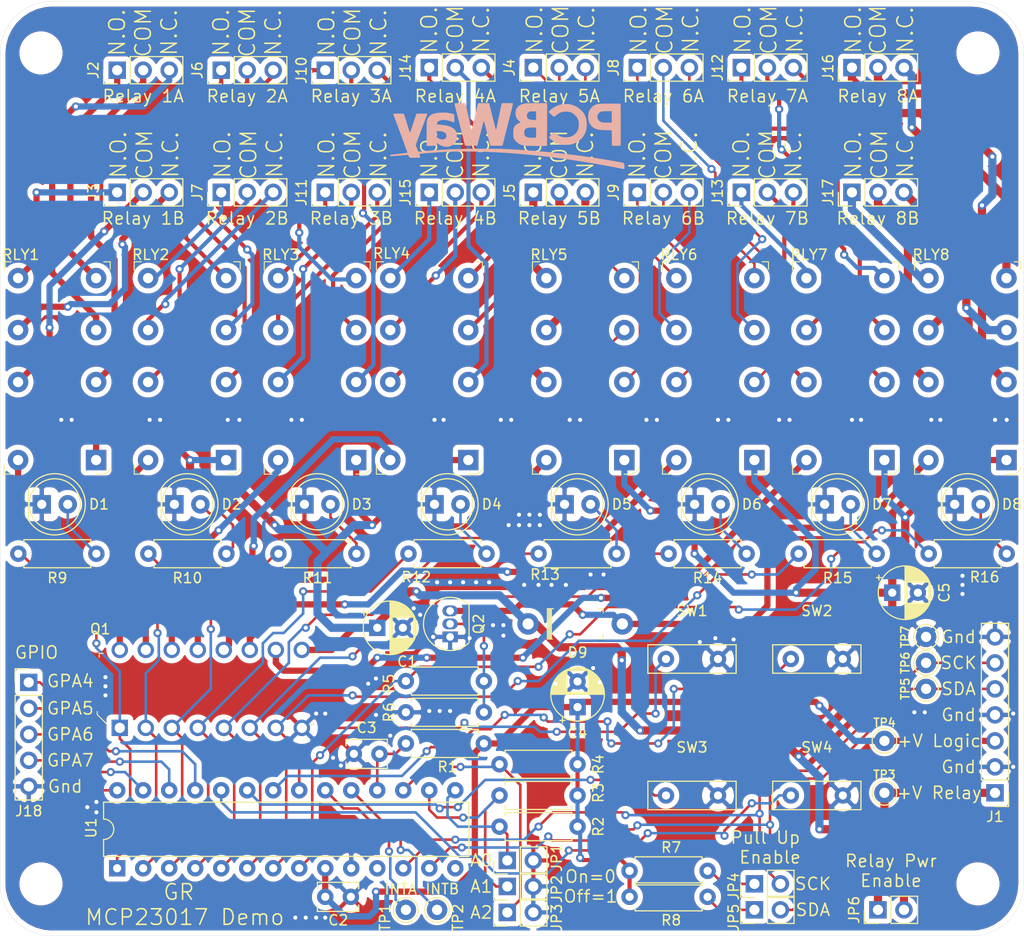
<source format=kicad_pcb>
(kicad_pcb (version 20171130) (host pcbnew "(5.1.2-1)-1")
  (layers (0 F.Cu signal) (31 B.Cu signal) (34 B.Paste user hide) (35 F.Paste user hide) (36 B.SilkS user) (37 F.SilkS user) (38 B.Mask user) (39 F.Mask user) (44 Edge.Cuts user))
  (net 0 "")
  (net 1 VCC)
  (net 2 GNDREF)
  (net 3 Vdrive)
  (net 4 /SDA)
  (net 5 /SCK)
  (net 6 "Net-(JP5-Pad1)")
  (net 7 "Net-(Q2-Pad2)")
  (net 8 "Net-(TP1-Pad1)")
  (net 9 "Net-(TP2-Pad1)")
  (net 10 "Net-(C3-Pad2)")
  (net 11 /RLY_8_Ena)
  (net 12 "Net-(D2-Pad2)")
  (net 13 "Net-(D3-Pad2)")
  (net 14 "Net-(D4-Pad2)")
  (net 15 "Net-(D5-Pad2)")
  (net 16 "Net-(D6-Pad2)")
  (net 17 "Net-(D7-Pad2)")
  (net 18 "Net-(D8-Pad2)")
  (net 19 "Net-(JP4-Pad1)")
  (net 20 /Out1)
  (net 21 /Out2)
  (net 22 /Out3)
  (net 23 /Out4)
  (net 24 /Out5)
  (net 25 /Out6)
  (net 26 /Out7)
  (net 27 /RLY_7_Ena)
  (net 28 /RLY_6_Ena)
  (net 29 /RLY_5_Ena)
  (net 30 /RLY_4_Ena)
  (net 31 /RLY_3_Ena)
  (net 32 /RLY_2_Ena)
  (net 33 /RLY_1_Ena)
  (net 34 /Out8)
  (net 35 /COM_1a)
  (net 36 /NC_1a)
  (net 37 /NO_1a)
  (net 38 /COM_1b)
  (net 39 /NC_1b)
  (net 40 /NO_1b)
  (net 41 /NO_5b)
  (net 42 /NC_5b)
  (net 43 /COM_5b)
  (net 44 /NO_5a)
  (net 45 /NC_5a)
  (net 46 /COM_5a)
  (net 47 /COM_2a)
  (net 48 /NC_2a)
  (net 49 /NO_2a)
  (net 50 /COM_2b)
  (net 51 /NC_2b)
  (net 52 /NO_2b)
  (net 53 /NO_6b)
  (net 54 /NC_6b)
  (net 55 /COM_6b)
  (net 56 /NO_6a)
  (net 57 /NC_6a)
  (net 58 /COM_6a)
  (net 59 /COM_3a)
  (net 60 /NC_3a)
  (net 61 /NO_3a)
  (net 62 /COM_3b)
  (net 63 /NC_3b)
  (net 64 /NO_3b)
  (net 65 /COM_7a)
  (net 66 /NC_7a)
  (net 67 /NO_7a)
  (net 68 /COM_7b)
  (net 69 /NC_7b)
  (net 70 /NO_7b)
  (net 71 /NO_4b)
  (net 72 /NC_4b)
  (net 73 /COM_4b)
  (net 74 /NO_4a)
  (net 75 /NC_4a)
  (net 76 /COM_4a)
  (net 77 /COM_8a)
  (net 78 /NC_8a)
  (net 79 /NO_8a)
  (net 80 /COM_8b)
  (net 81 /NC_8b)
  (net 82 /NO_8b)
  (net 83 /SW1)
  (net 84 /SW2)
  (net 85 /SW3)
  (net 86 /SW4)
  (net 87 "Net-(U1-Pad11)")
  (net 88 "Net-(U1-Pad14)")
  (net 89 /GPA4)
  (net 90 /GPA5)
  (net 91 /GPA6)
  (net 92 /GPA7)
  (net 93 "Net-(D1-Pad2)")
  (net 94 /A0)
  (net 95 /A1)
  (net 96 /A2)
  (net 97 /VinRY)
  (module "_Custom_Footprints:pcb way logo" (layer B.Cu) (at 137.541 58.801 180)
    (fp_text reference G*** hide)
    (fp_text value LOGO hide)
  )
  (module Capacitor_THT:CP_Radial_D5.0mm_P2.50mm (layer F.Cu) (at 124.841 106.172)
    (fp_text reference C1 (at 2.921 3.302) (layer F.SilkS))
    (fp_text value 10uF)
    (pad 1 thru_hole rect (at 0 0) (size 1.6 1.6) (drill 0.8) (layers *.Cu *.Mask) (net 3 Vdrive))
    (pad 2 thru_hole circle (at 2.5 0) (size 1.6 1.6) (drill 0.8) (layers *.Cu *.Mask) (net 2 GNDREF))
  )
  (module Capacitor_THT:C_Disc_D3.8mm_W2.6mm_P2.50mm (layer F.Cu) (at 122.555 118.491)
    (fp_text reference C3 (at 1.25 -2.55) (layer F.SilkS))
    (fp_text value 100nF)
    (pad 2 thru_hole circle (at 2.5 0) (size 1.6 1.6) (drill 0.8) (layers *.Cu *.Mask) (net 10 "Net-(C3-Pad2)"))
    (pad 1 thru_hole circle (at 0 0) (size 1.6 1.6) (drill 0.8) (layers *.Cu *.Mask) (net 2 GNDREF))
  )
  (module Connector_PinHeader_2.54mm:PinHeader_1x02_P2.54mm_Vertical (layer F.Cu) (at 137.541 128.905 90)
    (fp_text reference JP1 (at 0.254 4.826 90) (layer F.SilkS))
    (fp_text value Conn_01x02)
    (pad 1 thru_hole rect (at 0 0 90) (size 1.7 1.7) (drill 1) (layers *.Cu *.Mask) (net 94 /A0))
    (pad 2 thru_hole oval (at 0 2.54 90) (size 1.7 1.7) (drill 1) (layers *.Cu *.Mask) (net 2 GNDREF))
  )
  (module Connector_PinHeader_2.54mm:PinHeader_1x02_P2.54mm_Vertical (layer F.Cu) (at 137.541 131.445 90)
    (fp_text reference JP2 (at -0.254 4.826 90) (layer F.SilkS))
    (fp_text value Conn_01x02)
    (pad 2 thru_hole oval (at 0 2.54 90) (size 1.7 1.7) (drill 1) (layers *.Cu *.Mask) (net 2 GNDREF))
    (pad 1 thru_hole rect (at 0 0 90) (size 1.7 1.7) (drill 1) (layers *.Cu *.Mask) (net 95 /A1))
  )
  (module Connector_PinHeader_2.54mm:PinHeader_1x02_P2.54mm_Vertical (layer F.Cu) (at 137.541 133.985 90)
    (fp_text reference JP3 (at -0.508 4.826 90) (layer F.SilkS))
    (fp_text value Conn_01x02)
    (pad 2 thru_hole oval (at 0 2.54 90) (size 1.7 1.7) (drill 1) (layers *.Cu *.Mask) (net 2 GNDREF))
    (pad 1 thru_hole rect (at 0 0 90) (size 1.7 1.7) (drill 1) (layers *.Cu *.Mask) (net 96 /A2))
  )
  (module Connector_PinHeader_2.54mm:PinHeader_1x02_P2.54mm_Vertical (layer F.Cu) (at 161.671 131.191 90)
    (fp_text reference JP4 (at -0.254 -2.032 90) (layer F.SilkS))
    (fp_text value Conn_01x02)
    (pad 1 thru_hole rect (at 0 0 90) (size 1.7 1.7) (drill 1) (layers *.Cu *.Mask) (net 19 "Net-(JP4-Pad1)"))
    (pad 2 thru_hole oval (at 0 2.54 90) (size 1.7 1.7) (drill 1) (layers *.Cu *.Mask) (net 5 /SCK))
  )
  (module Connector_PinHeader_2.54mm:PinHeader_1x02_P2.54mm_Vertical (layer F.Cu) (at 161.671 133.731 90)
    (fp_text reference JP5 (at -0.762 -2.032 90) (layer F.SilkS))
    (fp_text value Conn_01x02)
    (pad 1 thru_hole rect (at 0 0 90) (size 1.7 1.7) (drill 1) (layers *.Cu *.Mask) (net 6 "Net-(JP5-Pad1)"))
    (pad 2 thru_hole oval (at 0 2.54 90) (size 1.7 1.7) (drill 1) (layers *.Cu *.Mask) (net 4 /SDA))
  )
  (module Connector_PinHeader_2.54mm:PinHeader_1x02_P2.54mm_Vertical (layer F.Cu) (at 173.736 133.731 90)
    (fp_text reference JP6 (at 0 -2.33 90) (layer F.SilkS))
    (fp_text value Conn_01x02)
    (pad 2 thru_hole oval (at 0 2.54 90) (size 1.7 1.7) (drill 1) (layers *.Cu *.Mask) (net 97 /VinRY))
    (pad 1 thru_hole rect (at 0 0 90) (size 1.7 1.7) (drill 1) (layers *.Cu *.Mask) (net 3 Vdrive))
  )
  (module MountingHole:MountingHole_3.2mm_M3 (layer F.Cu) (at 92.075 49.911)
    (fp_text reference MH1 hide)
    (fp_text value MountingHole)
    (pad "" np_thru_hole circle (at -0.075 0.089) (size 3.2 3.2) (drill 3.2) (layers *.Cu *.Mask))
  )
  (module MountingHole:MountingHole_3.2mm_M3 (layer F.Cu) (at 183.515 49.403)
    (fp_text reference MH2 hide)
    (fp_text value MountingHole)
    (pad "" np_thru_hole circle (at -0.015 0.597) (size 3.2 3.2) (drill 3.2) (layers *.Cu *.Mask))
  )
  (module MountingHole:MountingHole_3.2mm_M3 (layer F.Cu) (at 184.531 131.191)
    (fp_text reference MH3 hide)
    (fp_text value MountingHole)
    (pad "" np_thru_hole circle (at -1.031 0) (size 3.2 3.2) (drill 3.2) (layers *.Cu *.Mask))
  )
  (module MountingHole:MountingHole_3.2mm_M3 (layer F.Cu) (at 93.091 131.191)
    (fp_text reference MH4 hide)
    (fp_text value MountingHole)
    (pad "" np_thru_hole circle (at -1.091 0) (size 3.2 3.2) (drill 3.2) (layers *.Cu *.Mask))
  )
  (module digikey-footprints:DIP-16_W7.62mm (layer F.Cu) (at 99.695 115.951 90)
    (fp_text reference Q1 (at 9.652 -1.905 180) (layer F.SilkS))
    (fp_text value ULN2003AN)
    (pad 1 thru_hole rect (at 0 0 90) (size 1.6 1.6) (drill 1) (layers *.Cu *.Mask) (net 20 /Out1))
    (pad 2 thru_hole circle (at 0 2.54 90) (size 1.6 1.6) (drill 1) (layers *.Cu *.Mask) (net 21 /Out2))
    (pad 3 thru_hole circle (at 0 5.08 90) (size 1.6 1.6) (drill 1) (layers *.Cu *.Mask) (net 22 /Out3))
    (pad 4 thru_hole circle (at 0 7.62 90) (size 1.6 1.6) (drill 1) (layers *.Cu *.Mask) (net 23 /Out4))
    (pad 5 thru_hole circle (at 0 10.16 90) (size 1.6 1.6) (drill 1) (layers *.Cu *.Mask) (net 24 /Out5))
    (pad 6 thru_hole circle (at 0 12.7 90) (size 1.6 1.6) (drill 1) (layers *.Cu *.Mask) (net 25 /Out6))
    (pad 7 thru_hole circle (at 0 15.24 90) (size 1.6 1.6) (drill 1) (layers *.Cu *.Mask) (net 26 /Out7))
    (pad 10 thru_hole circle (at 7.62 15.24 90) (size 1.6 1.6) (drill 1) (layers *.Cu *.Mask) (net 27 /RLY_7_Ena))
    (pad 11 thru_hole circle (at 7.62 12.7 90) (size 1.6 1.6) (drill 1) (layers *.Cu *.Mask) (net 28 /RLY_6_Ena))
    (pad 12 thru_hole circle (at 7.62 10.16 90) (size 1.6 1.6) (drill 1) (layers *.Cu *.Mask) (net 29 /RLY_5_Ena))
    (pad 13 thru_hole circle (at 7.62 7.62 90) (size 1.6 1.6) (drill 1) (layers *.Cu *.Mask) (net 30 /RLY_4_Ena))
    (pad 14 thru_hole circle (at 7.62 5.08 90) (size 1.6 1.6) (drill 1) (layers *.Cu *.Mask) (net 31 /RLY_3_Ena))
    (pad 15 thru_hole circle (at 7.62 2.54 90) (size 1.6 1.6) (drill 1) (layers *.Cu *.Mask) (net 32 /RLY_2_Ena))
    (pad 16 thru_hole circle (at 7.62 0 90) (size 1.6 1.6) (drill 1) (layers *.Cu *.Mask) (net 33 /RLY_1_Ena))
    (pad 8 thru_hole circle (at 0 17.78 90) (size 1.6 1.6) (drill 1) (layers *.Cu *.Mask) (net 2 GNDREF))
    (pad 9 thru_hole circle (at 7.62 17.78 90) (size 1.6 1.6) (drill 1) (layers *.Cu *.Mask) (net 3 Vdrive))
  )
  (module Resistor_THT:R_Axial_DIN0207_L6.3mm_D2.5mm_P7.62mm_Horizontal (layer F.Cu) (at 135.255 117.475 180)
    (fp_text reference R1 (at 3.556 -2.286) (layer F.SilkS))
    (fp_text value 10K)
    (pad 1 thru_hole circle (at 0 0 180) (size 1.6 1.6) (drill 0.8) (layers *.Cu *.Mask) (net 1 VCC))
    (pad 2 thru_hole oval (at 7.62 0 180) (size 1.6 1.6) (drill 0.8) (layers *.Cu *.Mask) (net 10 "Net-(C3-Pad2)"))
  )
  (module Resistor_THT:R_Axial_DIN0207_L6.3mm_D2.5mm_P7.62mm_Horizontal (layer F.Cu) (at 144.399 125.603 180)
    (fp_text reference R2 (at -2.032 0 90) (layer F.SilkS))
    (fp_text value 10K)
    (pad 2 thru_hole oval (at 7.62 0 180) (size 1.6 1.6) (drill 0.8) (layers *.Cu *.Mask) (net 94 /A0))
    (pad 1 thru_hole circle (at 0 0 180) (size 1.6 1.6) (drill 0.8) (layers *.Cu *.Mask) (net 1 VCC))
  )
  (module Resistor_THT:R_Axial_DIN0207_L6.3mm_D2.5mm_P7.62mm_Horizontal (layer F.Cu) (at 144.399 122.555 180)
    (fp_text reference R3 (at -2.032 0.254 90) (layer F.SilkS))
    (fp_text value 10K)
    (pad 1 thru_hole circle (at 0 0 180) (size 1.6 1.6) (drill 0.8) (layers *.Cu *.Mask) (net 1 VCC))
    (pad 2 thru_hole oval (at 7.62 0 180) (size 1.6 1.6) (drill 0.8) (layers *.Cu *.Mask) (net 95 /A1))
  )
  (module Resistor_THT:R_Axial_DIN0207_L6.3mm_D2.5mm_P7.62mm_Horizontal (layer F.Cu) (at 144.399 119.507 180)
    (fp_text reference R4 (at -2.032 0 90) (layer F.SilkS))
    (fp_text value 10K)
    (pad 2 thru_hole oval (at 7.62 0 180) (size 1.6 1.6) (drill 0.8) (layers *.Cu *.Mask) (net 96 /A2))
    (pad 1 thru_hole circle (at 0 0 180) (size 1.6 1.6) (drill 0.8) (layers *.Cu *.Mask) (net 1 VCC))
  )
  (module Resistor_THT:R_Axial_DIN0207_L6.3mm_D2.5mm_P7.62mm_Horizontal (layer F.Cu) (at 135.255 111.379 180)
    (fp_text reference R5 (at 9.271 -0.254 90) (layer F.SilkS))
    (fp_text value 1K)
    (pad 1 thru_hole circle (at 0 0 180) (size 1.6 1.6) (drill 0.8) (layers *.Cu *.Mask) (net 7 "Net-(Q2-Pad2)"))
    (pad 2 thru_hole oval (at 7.62 0 180) (size 1.6 1.6) (drill 0.8) (layers *.Cu *.Mask) (net 34 /Out8))
  )
  (module Resistor_THT:R_Axial_DIN0207_L6.3mm_D2.5mm_P7.62mm_Horizontal (layer F.Cu) (at 135.255 114.427 180)
    (fp_text reference R6 (at 9.271 0 90) (layer F.SilkS))
    (fp_text value 10K)
    (pad 2 thru_hole oval (at 7.62 0 180) (size 1.6 1.6) (drill 0.8) (layers *.Cu *.Mask) (net 2 GNDREF))
    (pad 1 thru_hole circle (at 0 0 180) (size 1.6 1.6) (drill 0.8) (layers *.Cu *.Mask) (net 7 "Net-(Q2-Pad2)"))
  )
  (module Resistor_THT:R_Axial_DIN0207_L6.3mm_D2.5mm_P7.62mm_Horizontal (layer F.Cu) (at 149.479 129.921)
    (fp_text reference R7 (at 4.064 -2.286) (layer F.SilkS))
    (fp_text value 10K)
    (pad 2 thru_hole oval (at 7.62 0) (size 1.6 1.6) (drill 0.8) (layers *.Cu *.Mask) (net 19 "Net-(JP4-Pad1)"))
    (pad 1 thru_hole circle (at 0 0) (size 1.6 1.6) (drill 0.8) (layers *.Cu *.Mask) (net 1 VCC))
  )
  (module Resistor_THT:R_Axial_DIN0207_L6.3mm_D2.5mm_P7.62mm_Horizontal (layer F.Cu) (at 149.479 132.461)
    (fp_text reference R8 (at 4.064 2.286) (layer F.SilkS))
    (fp_text value 10K)
    (pad 2 thru_hole oval (at 7.62 0) (size 1.6 1.6) (drill 0.8) (layers *.Cu *.Mask) (net 6 "Net-(JP5-Pad1)"))
    (pad 1 thru_hole circle (at 0 0) (size 1.6 1.6) (drill 0.8) (layers *.Cu *.Mask) (net 1 VCC))
  )
  (module Resistor_THT:R_Axial_DIN0207_L6.3mm_D2.5mm_P7.62mm_Horizontal (layer F.Cu) (at 97.409 98.933 180)
    (fp_text reference R9 (at 3.81 -2.37) (layer F.SilkS))
    (fp_text value 680r)
    (pad 1 thru_hole circle (at 0 0 180) (size 1.6 1.6) (drill 0.8) (layers *.Cu *.Mask) (net 93 "Net-(D1-Pad2)"))
    (pad 2 thru_hole oval (at 7.62 0 180) (size 1.6 1.6) (drill 0.8) (layers *.Cu *.Mask) (net 20 /Out1))
  )
  (module Resistor_THT:R_Axial_DIN0207_L6.3mm_D2.5mm_P7.62mm_Horizontal (layer F.Cu) (at 110.109 98.933 180)
    (fp_text reference R10 (at 3.81 -2.37) (layer F.SilkS))
    (fp_text value 680r)
    (pad 2 thru_hole oval (at 7.62 0 180) (size 1.6 1.6) (drill 0.8) (layers *.Cu *.Mask) (net 21 /Out2))
    (pad 1 thru_hole circle (at 0 0 180) (size 1.6 1.6) (drill 0.8) (layers *.Cu *.Mask) (net 12 "Net-(D2-Pad2)"))
  )
  (module Resistor_THT:R_Axial_DIN0207_L6.3mm_D2.5mm_P7.62mm_Horizontal (layer F.Cu) (at 122.809 98.933 180)
    (fp_text reference R11 (at 3.81 -2.37) (layer F.SilkS))
    (fp_text value 680r)
    (pad 1 thru_hole circle (at 0 0 180) (size 1.6 1.6) (drill 0.8) (layers *.Cu *.Mask) (net 13 "Net-(D3-Pad2)"))
    (pad 2 thru_hole oval (at 7.62 0 180) (size 1.6 1.6) (drill 0.8) (layers *.Cu *.Mask) (net 22 /Out3))
  )
  (module Resistor_THT:R_Axial_DIN0207_L6.3mm_D2.5mm_P7.62mm_Horizontal (layer F.Cu) (at 135.509 98.933 180)
    (fp_text reference R12 (at 6.858 -2.286) (layer F.SilkS))
    (fp_text value 680r)
    (pad 1 thru_hole circle (at 0 0 180) (size 1.6 1.6) (drill 0.8) (layers *.Cu *.Mask) (net 14 "Net-(D4-Pad2)"))
    (pad 2 thru_hole oval (at 7.62 0 180) (size 1.6 1.6) (drill 0.8) (layers *.Cu *.Mask) (net 23 /Out4))
  )
  (module TestPoint:TestPoint_THTPad_D2.0mm_Drill1.0mm (layer F.Cu) (at 130.683 133.731)
    (fp_text reference TP2 (at 2.032 0.762 90) (layer F.SilkS))
    (fp_text value TestPoint_Alt)
    (pad 1 thru_hole circle (at 0 0) (size 2 2) (drill 1) (layers *.Cu *.Mask) (net 9 "Net-(TP2-Pad1)"))
  )
  (module TestPoint:TestPoint_THTPad_D2.0mm_Drill1.0mm (layer F.Cu) (at 127.635 133.731)
    (fp_text reference TP1 (at -2.032 0.762 90) (layer F.SilkS))
    (fp_text value TestPoint_Alt)
    (pad 1 thru_hole circle (at 0 0) (size 2 2) (drill 1) (layers *.Cu *.Mask) (net 8 "Net-(TP1-Pad1)"))
  )
  (module Capacitor_THT:C_Disc_D3.8mm_W2.6mm_P2.50mm (layer F.Cu) (at 119.761 132.461)
    (fp_text reference C2 (at 1.27 2.286) (layer F.SilkS))
    (fp_text value 100nF)
    (pad 1 thru_hole circle (at 0 0) (size 1.6 1.6) (drill 0.8) (layers *.Cu *.Mask) (net 1 VCC))
    (pad 2 thru_hole circle (at 2.5 0) (size 1.6 1.6) (drill 0.8) (layers *.Cu *.Mask) (net 2 GNDREF))
  )
  (module LED_THT:LED_D5.0mm (layer F.Cu) (at 105.029 94.107)
    (fp_text reference D2 (at 5.588 0) (layer F.SilkS))
    (fp_text value LED_ALT)
    (pad 2 thru_hole circle (at 2.54 0) (size 1.8 1.8) (drill 0.9) (layers *.Cu *.Mask) (net 12 "Net-(D2-Pad2)"))
    (pad 1 thru_hole rect (at 0 0) (size 1.8 1.8) (drill 0.9) (layers *.Cu *.Mask) (net 2 GNDREF))
  )
  (module LED_THT:LED_D5.0mm (layer F.Cu) (at 117.729 94.107)
    (fp_text reference D3 (at 5.588 0) (layer F.SilkS))
    (fp_text value LED_ALT)
    (pad 2 thru_hole circle (at 2.54 0) (size 1.8 1.8) (drill 0.9) (layers *.Cu *.Mask) (net 13 "Net-(D3-Pad2)"))
    (pad 1 thru_hole rect (at 0 0) (size 1.8 1.8) (drill 0.9) (layers *.Cu *.Mask) (net 2 GNDREF))
  )
  (module LED_THT:LED_D5.0mm (layer F.Cu) (at 130.429 94.107)
    (fp_text reference D4 (at 5.588 0) (layer F.SilkS))
    (fp_text value LED_ALT)
    (pad 2 thru_hole circle (at 2.54 0) (size 1.8 1.8) (drill 0.9) (layers *.Cu *.Mask) (net 14 "Net-(D4-Pad2)"))
    (pad 1 thru_hole rect (at 0 0) (size 1.8 1.8) (drill 0.9) (layers *.Cu *.Mask) (net 2 GNDREF))
  )
  (module LED_THT:LED_D5.0mm (layer F.Cu) (at 143.129 94.107)
    (fp_text reference D5 (at 5.588 0) (layer F.SilkS))
    (fp_text value LED_ALT)
    (pad 2 thru_hole circle (at 2.54 0) (size 1.8 1.8) (drill 0.9) (layers *.Cu *.Mask) (net 15 "Net-(D5-Pad2)"))
    (pad 1 thru_hole rect (at 0 0) (size 1.8 1.8) (drill 0.9) (layers *.Cu *.Mask) (net 2 GNDREF))
  )
  (module LED_THT:LED_D5.0mm (layer F.Cu) (at 155.829 94.107)
    (fp_text reference D6 (at 5.588 0) (layer F.SilkS))
    (fp_text value LED_ALT)
    (pad 1 thru_hole rect (at 0 0) (size 1.8 1.8) (drill 0.9) (layers *.Cu *.Mask) (net 2 GNDREF))
    (pad 2 thru_hole circle (at 2.54 0) (size 1.8 1.8) (drill 0.9) (layers *.Cu *.Mask) (net 16 "Net-(D6-Pad2)"))
  )
  (module LED_THT:LED_D5.0mm (layer F.Cu) (at 168.529 94.107)
    (fp_text reference D7 (at 5.588 0) (layer F.SilkS))
    (fp_text value LED_ALT)
    (pad 1 thru_hole rect (at 0 0) (size 1.8 1.8) (drill 0.9) (layers *.Cu *.Mask) (net 2 GNDREF))
    (pad 2 thru_hole circle (at 2.54 0) (size 1.8 1.8) (drill 0.9) (layers *.Cu *.Mask) (net 17 "Net-(D7-Pad2)"))
  )
  (module LED_THT:LED_D5.0mm (layer F.Cu) (at 181.229 94.107)
    (fp_text reference D8 (at 5.588 0) (layer F.SilkS))
    (fp_text value LED_ALT)
    (pad 1 thru_hole rect (at 0 0) (size 1.8 1.8) (drill 0.9) (layers *.Cu *.Mask) (net 2 GNDREF))
    (pad 2 thru_hole circle (at 2.54 0) (size 1.8 1.8) (drill 0.9) (layers *.Cu *.Mask) (net 18 "Net-(D8-Pad2)"))
  )
  (module Package_TO_SOT_THT:TO-92_Inline (layer F.Cu) (at 131.953 107.061 90)
    (fp_text reference Q2 (at 1.27 2.794 90) (layer F.SilkS))
    (fp_text value 2N3904)
    (pad 2 thru_hole oval (at 1.27 0 90) (size 1.05 1.5) (drill 0.75) (layers *.Cu *.Mask) (net 7 "Net-(Q2-Pad2)"))
    (pad 3 thru_hole oval (at 2.54 0 90) (size 1.05 1.5) (drill 0.75) (layers *.Cu *.Mask) (net 11 /RLY_8_Ena))
    (pad 1 thru_hole rect (at 0 0 90) (size 1.05 1.5) (drill 0.75) (layers *.Cu *.Mask) (net 2 GNDREF))
  )
  (module Resistor_THT:R_Axial_DIN0207_L6.3mm_D2.5mm_P7.62mm_Horizontal (layer F.Cu) (at 148.209 98.933 180)
    (fp_text reference R13 (at 6.985 -2.032) (layer F.SilkS))
    (fp_text value 680r)
    (pad 2 thru_hole oval (at 7.62 0 180) (size 1.6 1.6) (drill 0.8) (layers *.Cu *.Mask) (net 24 /Out5))
    (pad 1 thru_hole circle (at 0 0 180) (size 1.6 1.6) (drill 0.8) (layers *.Cu *.Mask) (net 15 "Net-(D5-Pad2)"))
  )
  (module Resistor_THT:R_Axial_DIN0207_L6.3mm_D2.5mm_P7.62mm_Horizontal (layer F.Cu) (at 160.909 98.933 180)
    (fp_text reference R14 (at 3.81 -2.37) (layer F.SilkS))
    (fp_text value 680r)
    (pad 1 thru_hole circle (at 0 0 180) (size 1.6 1.6) (drill 0.8) (layers *.Cu *.Mask) (net 16 "Net-(D6-Pad2)"))
    (pad 2 thru_hole oval (at 7.62 0 180) (size 1.6 1.6) (drill 0.8) (layers *.Cu *.Mask) (net 25 /Out6))
  )
  (module Resistor_THT:R_Axial_DIN0207_L6.3mm_D2.5mm_P7.62mm_Horizontal (layer F.Cu) (at 173.609 98.933 180)
    (fp_text reference R15 (at 3.81 -2.37) (layer F.SilkS))
    (fp_text value 680r)
    (pad 2 thru_hole oval (at 7.62 0 180) (size 1.6 1.6) (drill 0.8) (layers *.Cu *.Mask) (net 26 /Out7))
    (pad 1 thru_hole circle (at 0 0 180) (size 1.6 1.6) (drill 0.8) (layers *.Cu *.Mask) (net 17 "Net-(D7-Pad2)"))
  )
  (module Resistor_THT:R_Axial_DIN0207_L6.3mm_D2.5mm_P7.62mm_Horizontal (layer F.Cu) (at 186.309 98.933 180)
    (fp_text reference R16 (at 2.159 -2.286) (layer F.SilkS))
    (fp_text value 680r)
    (pad 1 thru_hole circle (at 0 0 180) (size 1.6 1.6) (drill 0.8) (layers *.Cu *.Mask) (net 18 "Net-(D8-Pad2)"))
    (pad 2 thru_hole oval (at 7.62 0 180) (size 1.6 1.6) (drill 0.8) (layers *.Cu *.Mask) (net 34 /Out8))
  )
  (module Resistor_THT:R_Box_L8.4mm_W2.5mm_P5.08mm (layer F.Cu) (at 153.035 109.22)
    (fp_text reference SW1 (at 2.54 -4.699) (layer F.SilkS))
    (fp_text value SW_Push)
    (pad 2 thru_hole circle (at 5.08 0) (size 1.6 1.6) (drill 0.8) (layers *.Cu *.Mask) (net 2 GNDREF))
    (pad 1 thru_hole circle (at 0 0) (size 1.6 1.6) (drill 0.8) (layers *.Cu *.Mask) (net 83 /SW1))
  )
  (module Resistor_THT:R_Box_L8.4mm_W2.5mm_P5.08mm (layer F.Cu) (at 165.227 109.22)
    (fp_text reference SW2 (at 2.54 -4.699) (layer F.SilkS))
    (fp_text value SW_Push)
    (pad 1 thru_hole circle (at 0 0) (size 1.6 1.6) (drill 0.8) (layers *.Cu *.Mask) (net 84 /SW2))
    (pad 2 thru_hole circle (at 5.08 0) (size 1.6 1.6) (drill 0.8) (layers *.Cu *.Mask) (net 2 GNDREF))
  )
  (module Resistor_THT:R_Box_L8.4mm_W2.5mm_P5.08mm (layer F.Cu) (at 153.035 122.555)
    (fp_text reference SW3 (at 2.54 -4.699) (layer F.SilkS))
    (fp_text value SW_Push)
    (pad 2 thru_hole circle (at 5.08 0) (size 1.6 1.6) (drill 0.8) (layers *.Cu *.Mask) (net 2 GNDREF))
    (pad 1 thru_hole circle (at 0 0) (size 1.6 1.6) (drill 0.8) (layers *.Cu *.Mask) (net 85 /SW3))
  )
  (module Resistor_THT:R_Box_L8.4mm_W2.5mm_P5.08mm (layer F.Cu) (at 165.227 122.555)
    (fp_text reference SW4 (at 2.54 -4.699) (layer F.SilkS))
    (fp_text value SW_Push)
    (pad 1 thru_hole circle (at 0 0) (size 1.6 1.6) (drill 0.8) (layers *.Cu *.Mask) (net 86 /SW4))
    (pad 2 thru_hole circle (at 5.08 0) (size 1.6 1.6) (drill 0.8) (layers *.Cu *.Mask) (net 2 GNDREF))
  )
  (module Package_DIP:DIP-28_W7.62mm (layer F.Cu) (at 99.441 129.667 90)
    (fp_text reference U1 (at 3.937 -2.54 90) (layer F.SilkS))
    (fp_text value MCP23017_SP)
    (pad 1 thru_hole rect (at 0 0 90) (size 1.6 1.6) (drill 0.8) (layers *.Cu *.Mask) (net 20 /Out1))
    (pad 15 thru_hole oval (at 7.62 33.02 90) (size 1.6 1.6) (drill 0.8) (layers *.Cu *.Mask) (net 94 /A0))
    (pad 2 thru_hole oval (at 0 2.54 90) (size 1.6 1.6) (drill 0.8) (layers *.Cu *.Mask) (net 21 /Out2))
    (pad 16 thru_hole oval (at 7.62 30.48 90) (size 1.6 1.6) (drill 0.8) (layers *.Cu *.Mask) (net 95 /A1))
    (pad 3 thru_hole oval (at 0 5.08 90) (size 1.6 1.6) (drill 0.8) (layers *.Cu *.Mask) (net 22 /Out3))
    (pad 17 thru_hole oval (at 7.62 27.94 90) (size 1.6 1.6) (drill 0.8) (layers *.Cu *.Mask) (net 96 /A2))
    (pad 4 thru_hole oval (at 0 7.62 90) (size 1.6 1.6) (drill 0.8) (layers *.Cu *.Mask) (net 23 /Out4))
    (pad 18 thru_hole oval (at 7.62 25.4 90) (size 1.6 1.6) (drill 0.8) (layers *.Cu *.Mask) (net 10 "Net-(C3-Pad2)"))
    (pad 5 thru_hole oval (at 0 10.16 90) (size 1.6 1.6) (drill 0.8) (layers *.Cu *.Mask) (net 24 /Out5))
    (pad 19 thru_hole oval (at 7.62 22.86 90) (size 1.6 1.6) (drill 0.8) (layers *.Cu *.Mask) (net 9 "Net-(TP2-Pad1)"))
    (pad 6 thru_hole oval (at 0 12.7 90) (size 1.6 1.6) (drill 0.8) (layers *.Cu *.Mask) (net 25 /Out6))
    (pad 20 thru_hole oval (at 7.62 20.32 90) (size 1.6 1.6) (drill 0.8) (layers *.Cu *.Mask) (net 8 "Net-(TP1-Pad1)"))
    (pad 7 thru_hole oval (at 0 15.24 90) (size 1.6 1.6) (drill 0.8) (layers *.Cu *.Mask) (net 26 /Out7))
    (pad 21 thru_hole oval (at 7.62 17.78 90) (size 1.6 1.6) (drill 0.8) (layers *.Cu *.Mask) (net 83 /SW1))
    (pad 8 thru_hole oval (at 0 17.78 90) (size 1.6 1.6) (drill 0.8) (layers *.Cu *.Mask) (net 34 /Out8))
    (pad 22 thru_hole oval (at 7.62 15.24 90) (size 1.6 1.6) (drill 0.8) (layers *.Cu *.Mask) (net 84 /SW2))
    (pad 9 thru_hole oval (at 0 20.32 90) (size 1.6 1.6) (drill 0.8) (layers *.Cu *.Mask) (net 1 VCC))
    (pad 23 thru_hole oval (at 7.62 12.7 90) (size 1.6 1.6) (drill 0.8) (layers *.Cu *.Mask) (net 85 /SW3))
    (pad 10 thru_hole oval (at 0 22.86 90) (size 1.6 1.6) (drill 0.8) (layers *.Cu *.Mask) (net 2 GNDREF))
    (pad 24 thru_hole oval (at 7.62 10.16 90) (size 1.6 1.6) (drill 0.8) (layers *.Cu *.Mask) (net 86 /SW4))
    (pad 11 thru_hole oval (at 0 25.4 90) (size 1.6 1.6) (drill 0.8) (layers *.Cu *.Mask) (net 87 "Net-(U1-Pad11)"))
    (pad 25 thru_hole oval (at 7.62 7.62 90) (size 1.6 1.6) (drill 0.8) (layers *.Cu *.Mask) (net 89 /GPA4))
    (pad 12 thru_hole oval (at 0 27.94 90) (size 1.6 1.6) (drill 0.8) (layers *.Cu *.Mask) (net 5 /SCK))
    (pad 26 thru_hole oval (at 7.62 5.08 90) (size 1.6 1.6) (drill 0.8) (layers *.Cu *.Mask) (net 90 /GPA5))
    (pad 13 thru_hole oval (at 0 30.48 90) (size 1.6 1.6) (drill 0.8) (layers *.Cu *.Mask) (net 4 /SDA))
    (pad 27 thru_hole oval (at 7.62 2.54 90) (size 1.6 1.6) (drill 0.8) (layers *.Cu *.Mask) (net 91 /GPA6))
    (pad 14 thru_hole oval (at 0 33.02 90) (size 1.6 1.6) (drill 0.8) (layers *.Cu *.Mask) (net 88 "Net-(U1-Pad14)"))
    (pad 28 thru_hole oval (at 7.62 0 90) (size 1.6 1.6) (drill 0.8) (layers *.Cu *.Mask) (net 92 /GPA7))
  )
  (module Connector_PinHeader_2.54mm:PinHeader_1x07_P2.54mm_Vertical (layer F.Cu) (at 185.166 122.301 180)
    (fp_text reference J1 (at 0 -2.33) (layer F.SilkS))
    (fp_text value Conn_01x07)
    (pad 1 thru_hole rect (at 0 0 180) (size 1.7 1.7) (drill 1) (layers *.Cu *.Mask) (net 97 /VinRY))
    (pad 2 thru_hole oval (at 0 2.54 180) (size 1.7 1.7) (drill 1) (layers *.Cu *.Mask) (net 2 GNDREF))
    (pad 3 thru_hole oval (at 0 5.08 180) (size 1.7 1.7) (drill 1) (layers *.Cu *.Mask) (net 1 VCC))
    (pad 4 thru_hole oval (at 0 7.62 180) (size 1.7 1.7) (drill 1) (layers *.Cu *.Mask) (net 2 GNDREF))
    (pad 5 thru_hole oval (at 0 10.16 180) (size 1.7 1.7) (drill 1) (layers *.Cu *.Mask) (net 4 /SDA))
    (pad 6 thru_hole oval (at 0 12.7 180) (size 1.7 1.7) (drill 1) (layers *.Cu *.Mask) (net 5 /SCK))
    (pad 7 thru_hole oval (at 0 15.24 180) (size 1.7 1.7) (drill 1) (layers *.Cu *.Mask) (net 2 GNDREF))
  )
  (module Capacitor_THT:CP_Radial_D5.0mm_P2.50mm (layer F.Cu) (at 144.399 113.919 90)
    (fp_text reference C4 (at -2.54 0 180) (layer F.SilkS))
    (fp_text value 10uF)
    (pad 1 thru_hole rect (at 0 0 90) (size 1.6 1.6) (drill 0.8) (layers *.Cu *.Mask) (net 1 VCC))
    (pad 2 thru_hole circle (at 2.5 0 90) (size 1.6 1.6) (drill 0.8) (layers *.Cu *.Mask) (net 2 GNDREF))
  )
  (module Connector_PinHeader_2.54mm:PinHeader_1x03_P2.54mm_Vertical (layer F.Cu) (at 99.441 51.689 90)
    (fp_text reference J2 (at 0 -2.33 90) (layer F.SilkS))
    (fp_text value Conn_01x03)
    (pad 3 thru_hole oval (at 0 5.08 90) (size 1.7 1.7) (drill 1) (layers *.Cu *.Mask) (net 36 /NC_1a))
    (pad 2 thru_hole oval (at 0 2.54 90) (size 1.7 1.7) (drill 1) (layers *.Cu *.Mask) (net 35 /COM_1a))
    (pad 1 thru_hole rect (at 0 0 90) (size 1.7 1.7) (drill 1) (layers *.Cu *.Mask) (net 37 /NO_1a))
  )
  (module Connector_PinHeader_2.54mm:PinHeader_1x03_P2.54mm_Vertical (layer F.Cu) (at 99.441 63.627 90)
    (fp_text reference J3 (at 0 -2.33 90) (layer F.SilkS))
    (fp_text value Conn_01x03)
    (pad 3 thru_hole oval (at 0 5.08 90) (size 1.7 1.7) (drill 1) (layers *.Cu *.Mask) (net 39 /NC_1b))
    (pad 2 thru_hole oval (at 0 2.54 90) (size 1.7 1.7) (drill 1) (layers *.Cu *.Mask) (net 38 /COM_1b))
    (pad 1 thru_hole rect (at 0 0 90) (size 1.7 1.7) (drill 1) (layers *.Cu *.Mask) (net 40 /NO_1b))
  )
  (module Connector_PinHeader_2.54mm:PinHeader_1x03_P2.54mm_Vertical (layer F.Cu) (at 140.081 51.435 90)
    (fp_text reference J4 (at 0 -2.33 90) (layer F.SilkS))
    (fp_text value Conn_01x03)
    (pad 3 thru_hole oval (at 0 5.08 90) (size 1.7 1.7) (drill 1) (layers *.Cu *.Mask) (net 45 /NC_5a))
    (pad 2 thru_hole oval (at 0 2.54 90) (size 1.7 1.7) (drill 1) (layers *.Cu *.Mask) (net 46 /COM_5a))
    (pad 1 thru_hole rect (at 0 0 90) (size 1.7 1.7) (drill 1) (layers *.Cu *.Mask) (net 44 /NO_5a))
  )
  (module Connector_PinHeader_2.54mm:PinHeader_1x03_P2.54mm_Vertical (layer F.Cu) (at 140.081 63.627 90)
    (fp_text reference J5 (at 0 -2.33 90) (layer F.SilkS))
    (fp_text value Conn_01x03)
    (pad 3 thru_hole oval (at 0 5.08 90) (size 1.7 1.7) (drill 1) (layers *.Cu *.Mask) (net 42 /NC_5b))
    (pad 2 thru_hole oval (at 0 2.54 90) (size 1.7 1.7) (drill 1) (layers *.Cu *.Mask) (net 43 /COM_5b))
    (pad 1 thru_hole rect (at 0 0 90) (size 1.7 1.7) (drill 1) (layers *.Cu *.Mask) (net 41 /NO_5b))
  )
  (module Connector_PinHeader_2.54mm:PinHeader_1x03_P2.54mm_Vertical (layer F.Cu) (at 109.601 51.689 90)
    (fp_text reference J6 (at 0 -2.33 90) (layer F.SilkS))
    (fp_text value Conn_01x03)
    (pad 1 thru_hole rect (at 0 0 90) (size 1.7 1.7) (drill 1) (layers *.Cu *.Mask) (net 49 /NO_2a))
    (pad 2 thru_hole oval (at 0 2.54 90) (size 1.7 1.7) (drill 1) (layers *.Cu *.Mask) (net 47 /COM_2a))
    (pad 3 thru_hole oval (at 0 5.08 90) (size 1.7 1.7) (drill 1) (layers *.Cu *.Mask) (net 48 /NC_2a))
  )
  (module Connector_PinHeader_2.54mm:PinHeader_1x03_P2.54mm_Vertical (layer F.Cu) (at 109.601 63.627 90)
    (fp_text reference J7 (at 0 -2.33 90) (layer F.SilkS))
    (fp_text value Conn_01x03)
    (pad 1 thru_hole rect (at 0 0 90) (size 1.7 1.7) (drill 1) (layers *.Cu *.Mask) (net 52 /NO_2b))
    (pad 2 thru_hole oval (at 0 2.54 90) (size 1.7 1.7) (drill 1) (layers *.Cu *.Mask) (net 50 /COM_2b))
    (pad 3 thru_hole oval (at 0 5.08 90) (size 1.7 1.7) (drill 1) (layers *.Cu *.Mask) (net 51 /NC_2b))
  )
  (module Connector_PinHeader_2.54mm:PinHeader_1x03_P2.54mm_Vertical (layer F.Cu) (at 150.241 51.435 90)
    (fp_text reference J8 (at 0 -2.33 90) (layer F.SilkS))
    (fp_text value Conn_01x03)
    (pad 1 thru_hole rect (at 0 0 90) (size 1.7 1.7) (drill 1) (layers *.Cu *.Mask) (net 56 /NO_6a))
    (pad 2 thru_hole oval (at 0 2.54 90) (size 1.7 1.7) (drill 1) (layers *.Cu *.Mask) (net 58 /COM_6a))
    (pad 3 thru_hole oval (at 0 5.08 90) (size 1.7 1.7) (drill 1) (layers *.Cu *.Mask) (net 57 /NC_6a))
  )
  (module Connector_PinHeader_2.54mm:PinHeader_1x03_P2.54mm_Vertical (layer F.Cu) (at 150.241 63.627 90)
    (fp_text reference J9 (at 0 -2.33 90) (layer F.SilkS))
    (fp_text value Conn_01x03)
    (pad 1 thru_hole rect (at 0 0 90) (size 1.7 1.7) (drill 1) (layers *.Cu *.Mask) (net 53 /NO_6b))
    (pad 2 thru_hole oval (at 0 2.54 90) (size 1.7 1.7) (drill 1) (layers *.Cu *.Mask) (net 55 /COM_6b))
    (pad 3 thru_hole oval (at 0 5.08 90) (size 1.7 1.7) (drill 1) (layers *.Cu *.Mask) (net 54 /NC_6b))
  )
  (module Connector_PinHeader_2.54mm:PinHeader_1x03_P2.54mm_Vertical (layer F.Cu) (at 119.761 51.689 90)
    (fp_text reference J10 (at 0 -2.33 90) (layer F.SilkS))
    (fp_text value Conn_01x03)
    (pad 3 thru_hole oval (at 0 5.08 90) (size 1.7 1.7) (drill 1) (layers *.Cu *.Mask) (net 60 /NC_3a))
    (pad 2 thru_hole oval (at 0 2.54 90) (size 1.7 1.7) (drill 1) (layers *.Cu *.Mask) (net 59 /COM_3a))
    (pad 1 thru_hole rect (at 0 0 90) (size 1.7 1.7) (drill 1) (layers *.Cu *.Mask) (net 61 /NO_3a))
  )
  (module Connector_PinHeader_2.54mm:PinHeader_1x03_P2.54mm_Vertical (layer F.Cu) (at 119.761 63.627 90)
    (fp_text reference J11 (at 0 -2.33 90) (layer F.SilkS))
    (fp_text value Conn_01x03)
    (pad 3 thru_hole oval (at 0 5.08 90) (size 1.7 1.7) (drill 1) (layers *.Cu *.Mask) (net 63 /NC_3b))
    (pad 2 thru_hole oval (at 0 2.54 90) (size 1.7 1.7) (drill 1) (layers *.Cu *.Mask) (net 62 /COM_3b))
    (pad 1 thru_hole rect (at 0 0 90) (size 1.7 1.7) (drill 1) (layers *.Cu *.Mask) (net 64 /NO_3b))
  )
  (module Connector_PinHeader_2.54mm:PinHeader_1x03_P2.54mm_Vertical (layer F.Cu) (at 160.401 51.435 90)
    (fp_text reference J12 (at 0 -2.33 90) (layer F.SilkS))
    (fp_text value Conn_01x03)
    (pad 3 thru_hole oval (at 0 5.08 90) (size 1.7 1.7) (drill 1) (layers *.Cu *.Mask) (net 66 /NC_7a))
    (pad 2 thru_hole oval (at 0 2.54 90) (size 1.7 1.7) (drill 1) (layers *.Cu *.Mask) (net 65 /COM_7a))
    (pad 1 thru_hole rect (at 0 0 90) (size 1.7 1.7) (drill 1) (layers *.Cu *.Mask) (net 67 /NO_7a))
  )
  (module Connector_PinHeader_2.54mm:PinHeader_1x03_P2.54mm_Vertical (layer F.Cu) (at 160.401 63.627 90)
    (fp_text reference J13 (at 0 -2.33 90) (layer F.SilkS))
    (fp_text value Conn_01x03)
    (pad 3 thru_hole oval (at 0 5.08 90) (size 1.7 1.7) (drill 1) (layers *.Cu *.Mask) (net 69 /NC_7b))
    (pad 2 thru_hole oval (at 0 2.54 90) (size 1.7 1.7) (drill 1) (layers *.Cu *.Mask) (net 68 /COM_7b))
    (pad 1 thru_hole rect (at 0 0 90) (size 1.7 1.7) (drill 1) (layers *.Cu *.Mask) (net 70 /NO_7b))
  )
  (module Connector_PinHeader_2.54mm:PinHeader_1x03_P2.54mm_Vertical (layer F.Cu) (at 129.921 51.435 90)
    (fp_text reference J14 (at 0 -2.33 90) (layer F.SilkS))
    (fp_text value Conn_01x03)
    (pad 1 thru_hole rect (at 0 0 90) (size 1.7 1.7) (drill 1) (layers *.Cu *.Mask) (net 74 /NO_4a))
    (pad 2 thru_hole oval (at 0 2.54 90) (size 1.7 1.7) (drill 1) (layers *.Cu *.Mask) (net 76 /COM_4a))
    (pad 3 thru_hole oval (at 0 5.08 90) (size 1.7 1.7) (drill 1) (layers *.Cu *.Mask) (net 75 /NC_4a))
  )
  (module Connector_PinHeader_2.54mm:PinHeader_1x03_P2.54mm_Vertical (layer F.Cu) (at 129.921 63.627 90)
    (fp_text reference J15 (at 0 -2.33 90) (layer F.SilkS))
    (fp_text value Conn_01x03)
    (pad 1 thru_hole rect (at 0 0 90) (size 1.7 1.7) (drill 1) (layers *.Cu *.Mask) (net 71 /NO_4b))
    (pad 2 thru_hole oval (at 0 2.54 90) (size 1.7 1.7) (drill 1) (layers *.Cu *.Mask) (net 73 /COM_4b))
    (pad 3 thru_hole oval (at 0 5.08 90) (size 1.7 1.7) (drill 1) (layers *.Cu *.Mask) (net 72 /NC_4b))
  )
  (module Connector_PinHeader_2.54mm:PinHeader_1x03_P2.54mm_Vertical (layer F.Cu) (at 171.196 51.435 90)
    (fp_text reference J16 (at 0 -2.33 90) (layer F.SilkS))
    (fp_text value Conn_01x03)
    (pad 1 thru_hole rect (at 0 0 90) (size 1.7 1.7) (drill 1) (layers *.Cu *.Mask) (net 79 /NO_8a))
    (pad 2 thru_hole oval (at 0 2.54 90) (size 1.7 1.7) (drill 1) (layers *.Cu *.Mask) (net 77 /COM_8a))
    (pad 3 thru_hole oval (at 0 5.08 90) (size 1.7 1.7) (drill 1) (layers *.Cu *.Mask) (net 78 /NC_8a))
  )
  (module Connector_PinHeader_2.54mm:PinHeader_1x03_P2.54mm_Vertical (layer F.Cu) (at 171.196 63.627 90)
    (fp_text reference J17 (at 0 -2.33 90) (layer F.SilkS))
    (fp_text value Conn_01x03)
    (pad 1 thru_hole rect (at 0 0 90) (size 1.7 1.7) (drill 1) (layers *.Cu *.Mask) (net 82 /NO_8b))
    (pad 2 thru_hole oval (at 0 2.54 90) (size 1.7 1.7) (drill 1) (layers *.Cu *.Mask) (net 80 /COM_8b))
    (pad 3 thru_hole oval (at 0 5.08 90) (size 1.7 1.7) (drill 1) (layers *.Cu *.Mask) (net 81 /NC_8b))
  )
  (module Connector_PinHeader_2.54mm:PinHeader_1x05_P2.54mm_Vertical (layer F.Cu) (at 90.805 111.506)
    (fp_text reference J18 (at 0 12.573) (layer F.SilkS))
    (fp_text value Conn_01x05)
    (pad 1 thru_hole rect (at 0 0) (size 1.7 1.7) (drill 1) (layers *.Cu *.Mask) (net 89 /GPA4))
    (pad 2 thru_hole oval (at 0 2.54) (size 1.7 1.7) (drill 1) (layers *.Cu *.Mask) (net 90 /GPA5))
    (pad 3 thru_hole oval (at 0 5.08) (size 1.7 1.7) (drill 1) (layers *.Cu *.Mask) (net 91 /GPA6))
    (pad 4 thru_hole oval (at 0 7.62) (size 1.7 1.7) (drill 1) (layers *.Cu *.Mask) (net 92 /GPA7))
    (pad 5 thru_hole oval (at 0 10.16) (size 1.7 1.7) (drill 1) (layers *.Cu *.Mask) (net 2 GNDREF))
  )
  (module digikey-footprints:Relay_THT_G5V-2 (layer F.Cu) (at 97.384 89.784 90)
    (fp_text reference RLY1 (at 20.066 -7.366 180) (layer F.SilkS))
    (fp_text value G5V-2-DC12)
    (pad 9 thru_hole circle (at 17.78 -7.62 90) (size 2 2) (drill 1) (layers *.Cu *.Mask) (net 40 /NO_1b))
    (pad 11 thru_hole circle (at 12.7 -7.62 90) (size 2 2) (drill 1) (layers *.Cu *.Mask) (net 39 /NC_1b))
    (pad 13 thru_hole circle (at 7.62 -7.62 90) (size 2 2) (drill 1) (layers *.Cu *.Mask) (net 38 /COM_1b))
    (pad 8 thru_hole circle (at 17.78 0 90) (size 2 2) (drill 1) (layers *.Cu *.Mask) (net 37 /NO_1a))
    (pad 6 thru_hole circle (at 12.7 0 90) (size 2 2) (drill 1) (layers *.Cu *.Mask) (net 36 /NC_1a))
    (pad 4 thru_hole circle (at 7.62 0 90) (size 2 2) (drill 1) (layers *.Cu *.Mask) (net 35 /COM_1a))
    (pad 16 thru_hole circle (at 0 -7.62 90) (size 2 2) (drill 1) (layers *.Cu *.Mask) (net 33 /RLY_1_Ena))
    (pad 1 thru_hole rect (at 0 0 90) (size 2 2) (drill 1) (layers *.Cu *.Mask) (net 3 Vdrive))
  )
  (module digikey-footprints:Relay_THT_G5V-2 (layer F.Cu) (at 148.971 89.784 90)
    (fp_text reference RLY5 (at 20.066 -7.366 180) (layer F.SilkS))
    (fp_text value G5V-2-DC12)
    (pad 9 thru_hole circle (at 17.78 -7.62 90) (size 2 2) (drill 1) (layers *.Cu *.Mask) (net 41 /NO_5b))
    (pad 11 thru_hole circle (at 12.7 -7.62 90) (size 2 2) (drill 1) (layers *.Cu *.Mask) (net 42 /NC_5b))
    (pad 13 thru_hole circle (at 7.62 -7.62 90) (size 2 2) (drill 1) (layers *.Cu *.Mask) (net 43 /COM_5b))
    (pad 8 thru_hole circle (at 17.78 0 90) (size 2 2) (drill 1) (layers *.Cu *.Mask) (net 44 /NO_5a))
    (pad 6 thru_hole circle (at 12.7 0 90) (size 2 2) (drill 1) (layers *.Cu *.Mask) (net 45 /NC_5a))
    (pad 4 thru_hole circle (at 7.62 0 90) (size 2 2) (drill 1) (layers *.Cu *.Mask) (net 46 /COM_5a))
    (pad 16 thru_hole circle (at 0 -7.62 90) (size 2 2) (drill 1) (layers *.Cu *.Mask) (net 29 /RLY_5_Ena))
    (pad 1 thru_hole rect (at -0.005 0 90) (size 2 2) (drill 1) (layers *.Cu *.Mask) (net 3 Vdrive))
  )
  (module digikey-footprints:Relay_THT_G5V-2 (layer F.Cu) (at 110.08 89.784 90)
    (fp_text reference RLY2 (at 20.066 -7.366 180) (layer F.SilkS))
    (fp_text value G5V-2-DC12)
    (pad 1 thru_hole rect (at 0 0 90) (size 2 2) (drill 1) (layers *.Cu *.Mask) (net 3 Vdrive))
    (pad 16 thru_hole circle (at 0 -7.62 90) (size 2 2) (drill 1) (layers *.Cu *.Mask) (net 32 /RLY_2_Ena))
    (pad 4 thru_hole circle (at 7.62 0 90) (size 2 2) (drill 1) (layers *.Cu *.Mask) (net 47 /COM_2a))
    (pad 6 thru_hole circle (at 12.7 0 90) (size 2 2) (drill 1) (layers *.Cu *.Mask) (net 48 /NC_2a))
    (pad 8 thru_hole circle (at 17.78 0 90) (size 2 2) (drill 1) (layers *.Cu *.Mask) (net 49 /NO_2a))
    (pad 13 thru_hole circle (at 7.62 -7.62 90) (size 2 2) (drill 1) (layers *.Cu *.Mask) (net 50 /COM_2b))
    (pad 11 thru_hole circle (at 12.7 -7.62 90) (size 2 2) (drill 1) (layers *.Cu *.Mask) (net 51 /NC_2b))
    (pad 9 thru_hole circle (at 17.78 -7.62 90) (size 2 2) (drill 1) (layers *.Cu *.Mask) (net 52 /NO_2b))
  )
  (module digikey-footprints:Relay_THT_G5V-2 (layer F.Cu) (at 161.671 89.784 90)
    (fp_text reference RLY6 (at 20.066 -7.366 180) (layer F.SilkS))
    (fp_text value G5V-2-DC12)
    (pad 1 thru_hole rect (at 0 0 90) (size 2 2) (drill 1) (layers *.Cu *.Mask) (net 3 Vdrive))
    (pad 16 thru_hole circle (at 0 -7.62 90) (size 2 2) (drill 1) (layers *.Cu *.Mask) (net 28 /RLY_6_Ena))
    (pad 4 thru_hole circle (at 7.62 0 90) (size 2 2) (drill 1) (layers *.Cu *.Mask) (net 58 /COM_6a))
    (pad 6 thru_hole circle (at 12.7 0 90) (size 2 2) (drill 1) (layers *.Cu *.Mask) (net 57 /NC_6a))
    (pad 8 thru_hole circle (at 17.78 0 90) (size 2 2) (drill 1) (layers *.Cu *.Mask) (net 56 /NO_6a))
    (pad 13 thru_hole circle (at 7.62 -7.62 90) (size 2 2) (drill 1) (layers *.Cu *.Mask) (net 55 /COM_6b))
    (pad 11 thru_hole circle (at 12.7 -7.62 90) (size 2 2) (drill 1) (layers *.Cu *.Mask) (net 54 /NC_6b))
    (pad 9 thru_hole circle (at 17.78 -7.62 90) (size 2 2) (drill 1) (layers *.Cu *.Mask) (net 53 /NO_6b))
  )
  (module digikey-footprints:Relay_THT_G5V-2 (layer F.Cu) (at 122.78 89.784 90)
    (fp_text reference RLY3 (at 20.066 -7.366 180) (layer F.SilkS))
    (fp_text value G5V-2-DC12)
    (pad 9 thru_hole circle (at 17.78 -7.62 90) (size 2 2) (drill 1) (layers *.Cu *.Mask) (net 64 /NO_3b))
    (pad 11 thru_hole circle (at 12.7 -7.62 90) (size 2 2) (drill 1) (layers *.Cu *.Mask) (net 63 /NC_3b))
    (pad 13 thru_hole circle (at 7.62 -7.62 90) (size 2 2) (drill 1) (layers *.Cu *.Mask) (net 62 /COM_3b))
    (pad 8 thru_hole circle (at 17.78 0 90) (size 2 2) (drill 1) (layers *.Cu *.Mask) (net 61 /NO_3a))
    (pad 6 thru_hole circle (at 12.7 0 90) (size 2 2) (drill 1) (layers *.Cu *.Mask) (net 60 /NC_3a))
    (pad 4 thru_hole circle (at 7.62 0 90) (size 2 2) (drill 1) (layers *.Cu *.Mask) (net 59 /COM_3a))
    (pad 16 thru_hole circle (at 0 -7.62 90) (size 2 2) (drill 1) (layers *.Cu *.Mask) (net 31 /RLY_3_Ena))
    (pad 1 thru_hole rect (at 0 0 90) (size 2 2) (drill 1) (layers *.Cu *.Mask) (net 3 Vdrive))
  )
  (module digikey-footprints:Relay_THT_G5V-2 (layer F.Cu) (at 174.371 89.784 90)
    (fp_text reference RLY7 (at 20.066 -7.366 180) (layer F.SilkS))
    (fp_text value G5V-2-DC12)
    (pad 9 thru_hole circle (at 17.78 -7.62 90) (size 2 2) (drill 1) (layers *.Cu *.Mask) (net 70 /NO_7b))
    (pad 11 thru_hole circle (at 12.7 -7.62 90) (size 2 2) (drill 1) (layers *.Cu *.Mask) (net 69 /NC_7b))
    (pad 13 thru_hole circle (at 7.62 -7.62 90) (size 2 2) (drill 1) (layers *.Cu *.Mask) (net 68 /COM_7b))
    (pad 8 thru_hole circle (at 17.78 0 90) (size 2 2) (drill 1) (layers *.Cu *.Mask) (net 67 /NO_7a))
    (pad 6 thru_hole circle (at 12.7 0 90) (size 2 2) (drill 1) (layers *.Cu *.Mask) (net 66 /NC_7a))
    (pad 4 thru_hole circle (at 7.62 0 90) (size 2 2) (drill 1) (layers *.Cu *.Mask) (net 65 /COM_7a))
    (pad 16 thru_hole circle (at 0 -7.62 90) (size 2 2) (drill 1) (layers *.Cu *.Mask) (net 27 /RLY_7_Ena))
    (pad 1 thru_hole rect (at 0 0 90) (size 2 2) (drill 1) (layers *.Cu *.Mask) (net 3 Vdrive))
  )
  (module digikey-footprints:Relay_THT_G5V-2 (layer F.Cu) (at 133.731 89.784 90)
    (fp_text reference RLY4 (at 20.193 -7.493 180) (layer F.SilkS))
    (fp_text value G5V-2-DC12)
    (pad 1 thru_hole rect (at 0 0 90) (size 2 2) (drill 1) (layers *.Cu *.Mask) (net 3 Vdrive))
    (pad 16 thru_hole circle (at 0 -7.62 90) (size 2 2) (drill 1) (layers *.Cu *.Mask) (net 30 /RLY_4_Ena))
    (pad 4 thru_hole circle (at 7.62 0 90) (size 2 2) (drill 1) (layers *.Cu *.Mask) (net 76 /COM_4a))
    (pad 6 thru_hole circle (at 12.7 0 90) (size 2 2) (drill 1) (layers *.Cu *.Mask) (net 75 /NC_4a))
    (pad 8 thru_hole circle (at 17.78 0 90) (size 2 2) (drill 1) (layers *.Cu *.Mask) (net 74 /NO_4a))
    (pad 13 thru_hole circle (at 7.62 -7.62 90) (size 2 2) (drill 1) (layers *.Cu *.Mask) (net 73 /COM_4b))
    (pad 11 thru_hole circle (at 12.7 -7.62 90) (size 2 2) (drill 1) (layers *.Cu *.Mask) (net 72 /NC_4b))
    (pad 9 thru_hole circle (at 17.78 -7.62 90) (size 2 2) (drill 1) (layers *.Cu *.Mask) (net 71 /NO_4b))
  )
  (module digikey-footprints:Relay_THT_G5V-2 (layer F.Cu) (at 186.284 89.784 90)
    (fp_text reference RLY8 (at 20.066 -7.366 180) (layer F.SilkS))
    (fp_text value G5V-2-DC12)
    (pad 1 thru_hole rect (at 0 0 90) (size 2 2) (drill 1) (layers *.Cu *.Mask) (net 3 Vdrive))
    (pad 16 thru_hole circle (at 0 -7.62 90) (size 2 2) (drill 1) (layers *.Cu *.Mask) (net 11 /RLY_8_Ena))
    (pad 4 thru_hole circle (at 7.62 0 90) (size 2 2) (drill 1) (layers *.Cu *.Mask) (net 77 /COM_8a))
    (pad 6 thru_hole circle (at 12.7 0 90) (size 2 2) (drill 1) (layers *.Cu *.Mask) (net 78 /NC_8a))
    (pad 8 thru_hole circle (at 17.78 0 90) (size 2 2) (drill 1) (layers *.Cu *.Mask) (net 79 /NO_8a))
    (pad 13 thru_hole circle (at 7.62 -7.62 90) (size 2 2) (drill 1) (layers *.Cu *.Mask) (net 80 /COM_8b))
    (pad 11 thru_hole circle (at 12.7 -7.62 90) (size 2 2) (drill 1) (layers *.Cu *.Mask) (net 81 /NC_8b))
    (pad 9 thru_hole circle (at 17.78 -7.62 90) (size 2 2) (drill 1) (layers *.Cu *.Mask) (net 82 /NO_8b))
  )
  (module LED_THT:LED_D5.0mm (layer F.Cu) (at 92.075 94.107)
    (fp_text reference D1 (at 5.588 0) (layer F.SilkS))
    (fp_text value LED_ALT)
    (pad 1 thru_hole rect (at 0 0) (size 1.8 1.8) (drill 0.9) (layers *.Cu *.Mask) (net 2 GNDREF))
    (pad 2 thru_hole circle (at 2.54 0) (size 1.8 1.8) (drill 0.9) (layers *.Cu *.Mask) (net 93 "Net-(D1-Pad2)"))
  )
  (module digikey-footprints:DO-41 (layer F.Cu) (at 139.573 105.791)
    (fp_text reference D9 (at 4.826 2.794) (layer F.SilkS))
    (fp_text value 1N4001)
    (pad K thru_hole circle (at 0 0) (size 2.1 2.1) (drill 1.1) (layers *.Cu *.Mask) (net 3 Vdrive))
    (pad A thru_hole circle (at 9.2 0) (size 2.1 2.1) (drill 1.1) (layers *.Cu *.Mask) (net 11 /RLY_8_Ena))
  )
  (module TestPoint:TestPoint_THTPad_D2.0mm_Drill1.0mm (layer F.Cu) (at 174.371 122.301 90)
    (fp_text reference TP3 (at 1.778 0 180) (layer F.SilkS) (effects (font (size 0.8 0.8))))
    (fp_text value TestPoint_Alt)
    (pad 1 thru_hole circle (at 0 0 90) (size 2 2) (drill 1) (layers *.Cu *.Mask) (net 97 /VinRY))
  )
  (module TestPoint:TestPoint_THTPad_D2.0mm_Drill1.0mm (layer F.Cu) (at 174.371 117.221 90)
    (fp_text reference TP4 (at 1.778 0 180) (layer F.SilkS) (effects (font (size 0.8 0.8))))
    (fp_text value TestPoint_Alt)
    (pad 1 thru_hole circle (at 0 0 90) (size 2 2) (drill 1) (layers *.Cu *.Mask) (net 1 VCC))
  )
  (module TestPoint:TestPoint_THTPad_D2.0mm_Drill1.0mm (layer F.Cu) (at 178.435 112.141)
    (fp_text reference TP5 (at -2.032 0 270) (layer F.SilkS) (effects (font (size 0.8 0.8))))
    (fp_text value TestPoint_Alt)
    (pad 1 thru_hole circle (at 0 0) (size 2 2) (drill 1) (layers *.Cu *.Mask) (net 4 /SDA))
  )
  (module TestPoint:TestPoint_THTPad_D2.0mm_Drill1.0mm (layer F.Cu) (at 178.435 109.601 90)
    (fp_text reference TP6 (at 0 -2.032 90) (layer F.SilkS) (effects (font (size 0.8 0.8))))
    (fp_text value TestPoint_Alt)
    (pad 1 thru_hole circle (at 0 0 90) (size 2 2) (drill 1) (layers *.Cu *.Mask) (net 5 /SCK))
  )
  (module TestPoint:TestPoint_THTPad_D2.0mm_Drill1.0mm (layer F.Cu) (at 178.435 107.061 90)
    (fp_text reference TP7 (at 0 -2.032 90) (layer F.SilkS) (effects (font (size 0.8 0.8))))
    (fp_text value TestPoint_Alt)
    (pad 1 thru_hole circle (at 0 0 90) (size 2 2) (drill 1) (layers *.Cu *.Mask) (net 2 GNDREF))
  )
  (module Capacitor_THT:CP_Radial_D5.0mm_P2.50mm (layer F.Cu) (at 175.133 102.743)
    (fp_text reference C5 (at 5.08 0 90) (layer F.SilkS))
    (fp_text value 10uF)
    (pad 1 thru_hole rect (at 0 0) (size 1.6 1.6) (drill 0.8) (layers *.Cu *.Mask) (net 3 Vdrive))
    (pad 2 thru_hole circle (at 2.5 0) (size 1.6 1.6) (drill 0.8) (layers *.Cu *.Mask) (net 2 GNDREF))
  )
  (gr_text "INTB\n" (at 131.191 131.699) (layer F.SilkS) (effects (font (size 1 1))))
  (gr_text "INTA\n" (at 127.127 131.699) (layer F.SilkS) (effects (font (size 1 1))))
  (gr_text GPIO (at 91.567 108.585) (layer F.SilkS) (effects (font (size 1.2 1.2))))
  (gr_text "On=0\nOff=1\n" (at 145.669 131.445) (layer F.SilkS) (effects (font (size 1.2 1.2))))
  (gr_text "A2\n" (at 135.001 133.985) (layer F.SilkS) (effects (font (size 1.2 1.2))))
  (gr_text "A1\n" (at 135.001 131.445) (layer F.SilkS) (effects (font (size 1.2 1.2))))
  (gr_text "A0\n" (at 135.001 128.905) (layer F.SilkS) (effects (font (size 1.2 1.2))))
  (gr_text GPA4 (at 94.869 111.379) (layer F.SilkS) (effects (font (size 1.2 1.2))))
  (gr_text GPA5 (at 94.869 114.046) (layer F.SilkS) (effects (font (size 1.2 1.2))))
  (gr_text GPA6 (at 94.869 116.586) (layer F.SilkS) (effects (font (size 1.2 1.2))))
  (gr_text GPA7 (at 94.869 119.126) (layer F.SilkS) (effects (font (size 1.2 1.2))))
  (gr_text Gnd (at 94.361 121.666) (layer F.SilkS) (effects (font (size 1.2 1.2))))
  (gr_text "Relay Pwr\nEnable" (at 175.006 129.921) (layer F.SilkS) (effects (font (size 1.2 1.2))))
  (gr_text "Pull Up \nEnable" (at 163.195 127.635) (layer F.SilkS) (effects (font (size 1.2 1.2))))
  (gr_text "SDA\n" (at 167.386 133.731) (layer F.SilkS) (effects (font (size 1.2 1.2))))
  (gr_text "SCK\n" (at 167.386 131.191) (layer F.SilkS) (effects (font (size 1.2 1.2))))
  (gr_text SDA (at 181.61 112.141) (layer F.SilkS) (effects (font (size 1.2 1.2))))
  (gr_text "SCK\n" (at 181.61 109.601) (layer F.SilkS) (effects (font (size 1.2 1.2))))
  (gr_text Gnd (at 181.61 107.061) (layer F.SilkS) (effects (font (size 1.2 1.2))))
  (gr_text Gnd (at 181.61 114.681) (layer F.SilkS) (effects (font (size 1.2 1.2))))
  (gr_text Gnd (at 181.61 119.761) (layer F.SilkS) (effects (font (size 1.2 1.2))))
  (gr_text "+V Logic" (at 179.705 117.221) (layer F.SilkS) (effects (font (size 1.2 1.2))))
  (gr_text "+V Relay" (at 179.705 122.301) (layer F.SilkS) (effects (font (size 1.2 1.2))))
  (gr_text "Relay 7B" (at 162.941 66.167) (layer F.SilkS) (effects (font (size 1.2 1.2))))
  (gr_text "Relay 8B" (at 173.736 66.167) (layer F.SilkS) (effects (font (size 1.2 1.2))))
  (gr_text "Relay 6B" (at 152.781 66.167) (layer F.SilkS) (effects (font (size 1.2 1.2))))
  (gr_text "Relay 5B" (at 142.621 66.167) (layer F.SilkS) (effects (font (size 1.2 1.2))))
  (gr_text "Relay 4B" (at 132.461 66.167) (layer F.SilkS) (effects (font (size 1.2 1.2))))
  (gr_text "Relay 3B" (at 122.301 66.167) (layer F.SilkS) (effects (font (size 1.2 1.2))))
  (gr_text "Relay 2B" (at 112.141 66.167) (layer F.SilkS) (effects (font (size 1.2 1.2))))
  (gr_text "Relay 1B" (at 101.981 66.167) (layer F.SilkS) (effects (font (size 1.2 1.2))))
  (gr_text "Relay 8A" (at 173.736 54.229) (layer F.SilkS) (effects (font (size 1.2 1.2))))
  (gr_text "Relay 7A" (at 162.941 54.229) (layer F.SilkS) (effects (font (size 1.2 1.2))))
  (gr_text "Relay 6A" (at 152.781 54.229) (layer F.SilkS) (effects (font (size 1.2 1.2))))
  (gr_text "Relay 5A" (at 142.621 54.229) (layer F.SilkS) (effects (font (size 1.2 1.2))))
  (gr_text "Relay 3A" (at 122.301 54.229) (layer F.SilkS) (effects (font (size 1.2 1.2))))
  (gr_text "Relay 4A" (at 132.461 54.229) (layer F.SilkS) (effects (font (size 1.2 1.2))))
  (gr_text "Relay 2A" (at 112.141 54.229) (layer F.SilkS) (effects (font (size 1.2 1.2))))
  (gr_text "Relay 1A" (at 101.981 54.229) (layer F.SilkS) (effects (font (size 1.2 1.2))))
  (gr_text N.O. (at 99.568 59.944 90) (layer F.SilkS) (effects (font (size 1.524 1.524))))
  (gr_text N.C. (at 104.648 59.944 90) (layer F.SilkS) (effects (font (size 1.524 1.524))))
  (gr_text COM (at 102.108 59.944 90) (layer F.SilkS) (effects (font (size 1.524 1.524))))
  (gr_text COM (at 122.428 59.944 90) (layer F.SilkS) (effects (font (size 1.524 1.524))))
  (gr_text N.C. (at 124.968 59.944 90) (layer F.SilkS) (effects (font (size 1.524 1.524))))
  (gr_text N.O. (at 119.888 59.944 90) (layer F.SilkS) (effects (font (size 1.524 1.524))))
  (gr_text COM (at 132.461 59.944 90) (layer F.SilkS) (effects (font (size 1.524 1.524))))
  (gr_text N.O. (at 129.921 59.944 90) (layer F.SilkS) (effects (font (size 1.524 1.524))))
  (gr_text N.C. (at 135.001 59.944 90) (layer F.SilkS) (effects (font (size 1.524 1.524))))
  (gr_text N.C. (at 114.808 59.944 90) (layer F.SilkS) (effects (font (size 1.524 1.524))))
  (gr_text COM (at 112.268 59.944 90) (layer F.SilkS) (effects (font (size 1.524 1.524))))
  (gr_text N.O. (at 109.728 59.944 90) (layer F.SilkS) (effects (font (size 1.524 1.524))))
  (gr_text N.O. (at 150.368 47.752 90) (layer F.SilkS) (effects (font (size 1.524 1.524))))
  (gr_text COM (at 152.908 47.752 90) (layer F.SilkS) (effects (font (size 1.524 1.524))))
  (gr_text N.C. (at 155.448 47.752 90) (layer F.SilkS) (effects (font (size 1.524 1.524))))
  (gr_text COM (at 163.068 47.752 90) (layer F.SilkS) (effects (font (size 1.524 1.524))))
  (gr_text N.C. (at 165.608 47.752 90) (layer F.SilkS) (effects (font (size 1.524 1.524))))
  (gr_text N.O. (at 160.528 47.752 90) (layer F.SilkS) (effects (font (size 1.524 1.524))))
  (gr_text N.C. (at 176.403 59.944 90) (layer F.SilkS) (effects (font (size 1.524 1.524))))
  (gr_text N.O. (at 171.323 59.944 90) (layer F.SilkS) (effects (font (size 1.524 1.524))))
  (gr_text COM (at 173.863 59.944 90) (layer F.SilkS) (effects (font (size 1.524 1.524))))
  (gr_text N.C. (at 145.161 59.944 90) (layer F.SilkS) (effects (font (size 1.524 1.524))))
  (gr_text COM (at 142.621 59.944 90) (layer F.SilkS) (effects (font (size 1.524 1.524))))
  (gr_text N.O. (at 140.081 59.944 90) (layer F.SilkS) (effects (font (size 1.524 1.524))))
  (gr_text N.C. (at 145.288 47.752 90) (layer F.SilkS) (effects (font (size 1.524 1.524))))
  (gr_text N.O. (at 140.208 47.752 90) (layer F.SilkS) (effects (font (size 1.524 1.524))))
  (gr_text COM (at 142.748 47.752 90) (layer F.SilkS) (effects (font (size 1.524 1.524))))
  (gr_text COM (at 173.736 47.752 90) (layer F.SilkS) (effects (font (size 1.524 1.524))))
  (gr_text N.O. (at 171.323 47.752 90) (layer F.SilkS) (effects (font (size 1.524 1.524))))
  (gr_text N.C. (at 176.403 47.752 90) (layer F.SilkS) (effects (font (size 1.524 1.524))))
  (gr_text COM (at 162.941 59.944 90) (layer F.SilkS) (effects (font (size 1.524 1.524))))
  (gr_text N.O. (at 160.401 59.944 90) (layer F.SilkS) (effects (font (size 1.524 1.524))))
  (gr_text N.C. (at 165.481 59.944 90) (layer F.SilkS) (effects (font (size 1.524 1.524))))
  (gr_text COM (at 132.461 47.752 90) (layer F.SilkS) (effects (font (size 1.524 1.524))))
  (gr_text N.O. (at 129.921 47.752 90) (layer F.SilkS) (effects (font (size 1.524 1.524))))
  (gr_text N.C. (at 135.001 47.752 90) (layer F.SilkS) (effects (font (size 1.524 1.524))))
  (gr_text COM (at 122.428 48.006 90) (layer F.SilkS) (effects (font (size 1.524 1.524))))
  (gr_text N.O. (at 119.888 48.006 90) (layer F.SilkS) (effects (font (size 1.524 1.524))))
  (gr_text N.C. (at 124.968 48.006 90) (layer F.SilkS) (effects (font (size 1.524 1.524))))
  (gr_text COM (at 112.141 48.006 90) (layer F.SilkS) (effects (font (size 1.524 1.524))))
  (gr_text N.O. (at 109.601 48.006 90) (layer F.SilkS) (effects (font (size 1.524 1.524))))
  (gr_text N.C. (at 114.681 48.006 90) (layer F.SilkS) (effects (font (size 1.524 1.524))))
  (gr_text N.C. (at 155.321 59.944 90) (layer F.SilkS) (effects (font (size 1.524 1.524))))
  (gr_text COM (at 152.781 59.944 90) (layer F.SilkS) (effects (font (size 1.524 1.524))))
  (gr_text N.O. (at 150.241 59.944 90) (layer F.SilkS) (effects (font (size 1.524 1.524))))
  (gr_text N.C. (at 104.521 48.006 90) (layer F.SilkS) (effects (font (size 1.524 1.524))))
  (gr_text COM (at 101.981 48.006 90) (layer F.SilkS) (effects (font (size 1.524 1.524))))
  (gr_text "GR \nMCP23017 Demo" (at 106.045 133.223) (layer F.SilkS) (effects (font (size 1.524 1.524))))
  (gr_text N.O. (at 99.441 48.006 90) (layer F.SilkS) (effects (font (size 1.524 1.524))))
  (gr_arc (start 93.091 131.191) (end 88.011 131.191) (angle -90) (layer Edge.Cuts) (width 0.0254))
  (gr_arc (start 182.88 131.191) (end 182.88 136.271) (angle -90) (layer Edge.Cuts) (width 0.0254))
  (gr_arc (start 182.88 50.038) (end 187.96 50.038) (angle -90) (layer Edge.Cuts) (width 0.0254))
  (gr_arc (start 93.091 50.038) (end 93.091 44.958) (angle -90) (layer Edge.Cuts) (width 0.0254))
  (gr_line (start 88.011 131.191) (end 88.011 50.038) (layer Edge.Cuts) (width 0.0254))
  (gr_line (start 182.88 136.271) (end 93.091 136.271) (layer Edge.Cuts) (width 0.0254))
  (gr_line (start 187.96 50.038) (end 187.96 131.191) (layer Edge.Cuts) (width 0.0254))
  (gr_line (start 93.091 44.958) (end 182.88 44.958) (layer Edge.Cuts) (width 0.0254))
  (segment (start 174.371 117.221) (end 185.166 117.221) (width 0.6096) (layer F.Cu) (net 1))
  (via (at 168.021 113.792) (size 0.8) (drill 0.4) (layers F.Cu B.Cu) (net 1))
  (via (at 124.714 131.953) (size 0.8) (drill 0.4) (layers F.Cu B.Cu) (net 1))
  (segment (start 124.714 131.953) (end 124.714 133.731) (width 0.6096) (layer B.Cu) (net 1))
  (segment (start 124.714 133.731) (end 124.079 134.366) (width 0.6096) (layer B.Cu) (net 1))
  (segment (start 121.666 134.366) (end 119.761 132.461) (width 0.6096) (layer B.Cu) (net 1))
  (segment (start 124.079 134.366) (end 121.666 134.366) (width 0.6096) (layer B.Cu) (net 1))
  (segment (start 119.761 129.667) (end 119.761 132.461) (width 0.6096) (layer F.Cu) (net 1))
  (segment (start 171.45 117.221) (end 168.021 113.792) (width 0.6096) (layer B.Cu) (net 1))
  (segment (start 174.371 117.221) (end 171.45 117.221) (width 0.6096) (layer B.Cu) (net 1))
  (segment (start 132.106106 131.953) (end 124.714 131.953) (width 0.6096) (layer F.Cu) (net 1))
  (segment (start 134.366 129.693106) (end 132.106106 131.953) (width 0.6096) (layer F.Cu) (net 1))
  (segment (start 134.366 118.364) (end 134.366 129.693106) (width 0.6096) (layer F.Cu) (net 1))
  (segment (start 135.255 117.475) (end 134.366 118.364) (width 0.6096) (layer F.Cu) (net 1))
  (segment (start 149.479 132.588) (end 149.479 129.667) (width 0.4064) (layer F.Cu) (net 1))
  (segment (start 148.679001 128.867001) (end 144.869001 128.867001) (width 0.4064) (layer F.Cu) (net 1))
  (segment (start 149.479 129.667) (end 148.679001 128.867001) (width 0.4064) (layer F.Cu) (net 1))
  (via (at 144.653 128.651) (size 0.8) (drill 0.4) (layers F.Cu B.Cu) (net 1))
  (segment (start 144.869001 128.867001) (end 144.653 128.651) (width 0.4064) (layer F.Cu) (net 1))
  (segment (start 144.653 125.857) (end 144.399 125.603) (width 0.4064) (layer B.Cu) (net 1))
  (segment (start 144.653 128.651) (end 144.653 125.857) (width 0.4064) (layer B.Cu) (net 1))
  (segment (start 144.399 125.603) (end 144.399 122.555) (width 0.4064) (layer B.Cu) (net 1))
  (segment (start 144.399 119.507) (end 144.399 122.555) (width 0.4064) (layer F.Cu) (net 1))
  (segment (start 144.399 113.919) (end 144.399 119.507) (width 0.4064) (layer B.Cu) (net 1))
  (segment (start 167.64 113.411) (end 144.907 113.411) (width 0.6096) (layer F.Cu) (net 1))
  (segment (start 144.907 113.411) (end 144.399 113.919) (width 0.6096) (layer F.Cu) (net 1))
  (segment (start 168.021 113.792) (end 167.64 113.411) (width 0.6096) (layer F.Cu) (net 1))
  (segment (start 140.208 113.919) (end 136.652 117.475) (width 0.6096) (layer F.Cu) (net 1))
  (segment (start 136.652 117.475) (end 135.255 117.475) (width 0.6096) (layer F.Cu) (net 1))
  (segment (start 144.399 113.919) (end 140.208 113.919) (width 0.6096) (layer F.Cu) (net 1))
  (via (at 128.397 104.267) (size 0.8) (drill 0.4) (layers F.Cu B.Cu) (net 2))
  (via (at 133.858 107.188) (size 0.8) (drill 0.4) (layers F.Cu B.Cu) (net 2))
  (via (at 130.302 107.061) (size 0.8) (drill 0.4) (layers F.Cu B.Cu) (net 2))
  (via (at 136.144 105.918) (size 0.8) (drill 0.4) (layers F.Cu B.Cu) (net 2))
  (via (at 137.16 105.918) (size 0.8) (drill 0.4) (layers F.Cu B.Cu) (net 2))
  (via (at 137.16 106.934) (size 0.8) (drill 0.4) (layers F.Cu B.Cu) (net 2))
  (via (at 145.923 110.109) (size 0.8) (drill 0.4) (layers F.Cu B.Cu) (net 2))
  (via (at 142.24 111.633) (size 0.8) (drill 0.4) (layers F.Cu B.Cu) (net 2))
  (via (at 146.558 111.506) (size 0.8) (drill 0.4) (layers F.Cu B.Cu) (net 2))
  (via (at 156.337 107.569) (size 0.8) (drill 0.4) (layers F.Cu B.Cu) (net 2))
  (via (at 159.639 107.315) (size 0.8) (drill 0.4) (layers F.Cu B.Cu) (net 2))
  (via (at 157.861 107.188) (size 0.8) (drill 0.4) (layers F.Cu B.Cu) (net 2))
  (via (at 129.032 104.902) (size 0.8) (drill 0.4) (layers F.Cu B.Cu) (net 2))
  (via (at 130.683 101.727) (size 0.8) (drill 0.4) (layers F.Cu B.Cu) (net 2))
  (via (at 131.953 101.727) (size 0.8) (drill 0.4) (layers F.Cu B.Cu) (net 2))
  (via (at 133.223 101.727) (size 0.8) (drill 0.4) (layers F.Cu B.Cu) (net 2))
  (via (at 134.493 101.727) (size 0.8) (drill 0.4) (layers F.Cu B.Cu) (net 2))
  (via (at 135.763 101.727) (size 0.8) (drill 0.4) (layers F.Cu B.Cu) (net 2))
  (via (at 139.192 101.981) (size 0.8) (drill 0.4) (layers F.Cu B.Cu) (net 2))
  (via (at 140.589 101.981) (size 0.8) (drill 0.4) (layers F.Cu B.Cu) (net 2))
  (via (at 141.859 101.981) (size 0.8) (drill 0.4) (layers F.Cu B.Cu) (net 2))
  (via (at 143.256 101.981) (size 0.8) (drill 0.4) (layers F.Cu B.Cu) (net 2))
  (via (at 145.669 100.965) (size 0.8) (drill 0.4) (layers F.Cu B.Cu) (net 2))
  (via (at 146.939 100.965) (size 0.8) (drill 0.4) (layers F.Cu B.Cu) (net 2))
  (via (at 137.668 96.139) (size 0.8) (drill 0.4) (layers F.Cu B.Cu) (net 2))
  (via (at 138.684 96.139) (size 0.8) (drill 0.4) (layers F.Cu B.Cu) (net 2))
  (via (at 139.7 96.139) (size 0.8) (drill 0.4) (layers F.Cu B.Cu) (net 2))
  (via (at 140.716 96.139) (size 0.8) (drill 0.4) (layers F.Cu B.Cu) (net 2))
  (via (at 138.684 95.123) (size 0.8) (drill 0.4) (layers F.Cu B.Cu) (net 2))
  (via (at 139.7 95.123) (size 0.8) (drill 0.4) (layers F.Cu B.Cu) (net 2))
  (via (at 140.716 95.123) (size 0.8) (drill 0.4) (layers F.Cu B.Cu) (net 2))
  (via (at 186.309 85.852) (size 0.8) (drill 0.4) (layers F.Cu B.Cu) (net 2))
  (via (at 185.166 85.852) (size 0.8) (drill 0.4) (layers F.Cu B.Cu) (net 2))
  (via (at 179.832 85.852) (size 0.8) (drill 0.4) (layers F.Cu B.Cu) (net 2))
  (via (at 178.943 85.852) (size 0.8) (drill 0.4) (layers F.Cu B.Cu) (net 2))
  (via (at 172.085 85.852) (size 0.8) (drill 0.4) (layers F.Cu B.Cu) (net 2))
  (via (at 171.196 85.852) (size 0.8) (drill 0.4) (layers F.Cu B.Cu) (net 2))
  (via (at 165.1 85.852) (size 0.8) (drill 0.4) (layers F.Cu B.Cu) (net 2))
  (via (at 164.084 85.852) (size 0.8) (drill 0.4) (layers F.Cu B.Cu) (net 2))
  (via (at 159.131 85.852) (size 0.8) (drill 0.4) (layers F.Cu B.Cu) (net 2))
  (via (at 158.115 85.852) (size 0.8) (drill 0.4) (layers F.Cu B.Cu) (net 2))
  (via (at 152.146 85.852) (size 0.8) (drill 0.4) (layers F.Cu B.Cu) (net 2))
  (via (at 151.13 85.852) (size 0.8) (drill 0.4) (layers F.Cu B.Cu) (net 2))
  (via (at 144.653 85.852) (size 0.8) (drill 0.4) (layers F.Cu B.Cu) (net 2))
  (via (at 143.637 85.852) (size 0.8) (drill 0.4) (layers F.Cu B.Cu) (net 2))
  (via (at 137.922 85.852) (size 0.8) (drill 0.4) (layers F.Cu B.Cu) (net 2))
  (via (at 136.906 85.852) (size 0.8) (drill 0.4) (layers F.Cu B.Cu) (net 2))
  (via (at 131.318 85.852) (size 0.8) (drill 0.4) (layers F.Cu B.Cu) (net 2))
  (via (at 130.429 85.852) (size 0.8) (drill 0.4) (layers F.Cu B.Cu) (net 2))
  (via (at 117.475 85.852) (size 0.8) (drill 0.4) (layers F.Cu B.Cu) (net 2))
  (via (at 116.459 85.852) (size 0.8) (drill 0.4) (layers F.Cu B.Cu) (net 2))
  (via (at 111.379 85.852) (size 0.8) (drill 0.4) (layers F.Cu B.Cu) (net 2))
  (via (at 110.236 85.852) (size 0.8) (drill 0.4) (layers F.Cu B.Cu) (net 2))
  (via (at 103.632 85.852) (size 0.8) (drill 0.4) (layers F.Cu B.Cu) (net 2))
  (via (at 102.616 85.852) (size 0.8) (drill 0.4) (layers F.Cu B.Cu) (net 2))
  (via (at 94.996 85.852) (size 0.8) (drill 0.4) (layers F.Cu B.Cu) (net 2))
  (via (at 93.98 85.852) (size 0.8) (drill 0.4) (layers F.Cu B.Cu) (net 2))
  (via (at 181.991 101.092) (size 0.8) (drill 0.4) (layers F.Cu B.Cu) (net 2))
  (via (at 181.991 101.981) (size 0.8) (drill 0.4) (layers F.Cu B.Cu) (net 2))
  (via (at 181.991 102.87) (size 0.8) (drill 0.4) (layers F.Cu B.Cu) (net 2))
  (via (at 186.944 119.761) (size 0.8) (drill 0.4) (layers F.Cu B.Cu) (net 2))
  (via (at 186.944 114.554) (size 0.8) (drill 0.4) (layers F.Cu B.Cu) (net 2))
  (via (at 177.292 114.427) (size 0.8) (drill 0.4) (layers F.Cu B.Cu) (net 2))
  (via (at 178.308 114.427) (size 0.8) (drill 0.4) (layers F.Cu B.Cu) (net 2))
  (via (at 129.921 114.3) (size 0.8) (drill 0.4) (layers F.Cu B.Cu) (net 2))
  (via (at 130.937 114.3) (size 0.8) (drill 0.4) (layers F.Cu B.Cu) (net 2))
  (via (at 131.953 114.3) (size 0.8) (drill 0.4) (layers F.Cu B.Cu) (net 2))
  (via (at 118.872 114.554) (size 0.8) (drill 0.4) (layers F.Cu B.Cu) (net 2))
  (via (at 119.761 114.554) (size 0.8) (drill 0.4) (layers F.Cu B.Cu) (net 2))
  (via (at 123.952 111.633) (size 0.8) (drill 0.4) (layers F.Cu B.Cu) (net 2))
  (via (at 124.714 111.125) (size 0.8) (drill 0.4) (layers F.Cu B.Cu) (net 2))
  (via (at 121.285 119.634) (size 0.8) (drill 0.4) (layers F.Cu B.Cu) (net 2))
  (via (at 120.523 118.872) (size 0.8) (drill 0.4) (layers F.Cu B.Cu) (net 2))
  (via (at 126.111 116.713) (size 0.8) (drill 0.4) (layers F.Cu B.Cu) (net 2))
  (via (at 124.714 114.681) (size 0.8) (drill 0.4) (layers F.Cu B.Cu) (net 2))
  (via (at 119.761 134.493) (size 0.8) (drill 0.4) (layers F.Cu B.Cu) (net 2))
  (via (at 118.872 134.493) (size 0.8) (drill 0.4) (layers F.Cu B.Cu) (net 2))
  (via (at 117.856 134.493) (size 0.8) (drill 0.4) (layers F.Cu B.Cu) (net 2))
  (via (at 116.84 134.493) (size 0.8) (drill 0.4) (layers F.Cu B.Cu) (net 2))
  (via (at 97.409 123.19) (size 0.8) (drill 0.4) (layers F.Cu B.Cu) (net 2))
  (via (at 97.409 124.206) (size 0.8) (drill 0.4) (layers F.Cu B.Cu) (net 2))
  (via (at 96.52 123.698) (size 0.8) (drill 0.4) (layers F.Cu B.Cu) (net 2))
  (via (at 98.298 110.998) (size 0.8) (drill 0.4) (layers F.Cu B.Cu) (net 2))
  (via (at 98.298 111.887) (size 0.8) (drill 0.4) (layers F.Cu B.Cu) (net 2))
  (via (at 98.298 112.776) (size 0.8) (drill 0.4) (layers F.Cu B.Cu) (net 2))
  (segment (start 173.736 133.731) (end 173.736 128.524) (width 0.8) (layer F.Cu) (net 3))
  (via (at 148.717 109.347) (size 0.8) (drill 0.4) (layers F.Cu B.Cu) (net 3))
  (segment (start 150.495 116.205) (end 148.717 114.427) (width 0.8) (layer B.Cu) (net 3))
  (segment (start 148.717 114.427) (end 148.717 109.912685) (width 0.8) (layer B.Cu) (net 3))
  (segment (start 148.717 109.912685) (end 148.717 109.347) (width 0.8) (layer B.Cu) (net 3))
  (segment (start 163.449 116.205) (end 150.495 116.205) (width 0.8) (layer F.Cu) (net 3))
  (via (at 150.495 116.205) (size 0.8) (drill 0.4) (layers F.Cu B.Cu) (net 3))
  (segment (start 165.989 118.745) (end 163.449 116.205) (width 0.8) (layer F.Cu) (net 3))
  (segment (start 168.021 120.777) (end 165.989 118.745) (width 0.8) (layer B.Cu) (net 3))
  (via (at 165.989 118.745) (size 0.8) (drill 0.4) (layers F.Cu B.Cu) (net 3))
  (segment (start 168.021 125.857) (end 168.021 120.777) (width 0.8) (layer B.Cu) (net 3))
  (segment (start 171.069 125.857) (end 168.021 125.857) (width 0.8) (layer F.Cu) (net 3))
  (via (at 168.021 125.857) (size 0.8) (drill 0.4) (layers F.Cu B.Cu) (net 3))
  (segment (start 173.736 128.524) (end 171.069 125.857) (width 0.8) (layer F.Cu) (net 3))
  (segment (start 122.809 106.172) (end 124.841 106.172) (width 0.6096) (layer F.Cu) (net 3))
  (via (at 128.651 102.616) (size 0.8) (drill 0.4) (layers F.Cu B.Cu) (net 3))
  (segment (start 128.651 102.616) (end 128.016 102.616) (width 0.8) (layer F.Cu) (net 3))
  (segment (start 128.016 102.616) (end 124.841 105.791) (width 0.8) (layer F.Cu) (net 3))
  (segment (start 124.841 105.791) (end 124.841 106.172) (width 0.8) (layer F.Cu) (net 3))
  (segment (start 122.555 106.172) (end 124.841 106.172) (width 0.6096) (layer F.Cu) (net 3))
  (segment (start 120.396 108.331) (end 122.555 106.172) (width 0.6096) (layer F.Cu) (net 3))
  (segment (start 117.475 108.331) (end 120.396 108.331) (width 0.6096) (layer F.Cu) (net 3))
  (segment (start 124.841 106.172) (end 120.396 106.172) (width 0.8) (layer B.Cu) (net 3))
  (segment (start 120.396 106.172) (end 118.999 104.775) (width 0.8) (layer B.Cu) (net 3))
  (segment (start 118.999 104.775) (end 118.999 99.695) (width 0.8) (layer B.Cu) (net 3))
  (via (at 124.333 96.139) (size 0.8) (drill 0.4) (layers F.Cu B.Cu) (net 3))
  (segment (start 122.555 96.139) (end 124.333 96.139) (width 0.8) (layer B.Cu) (net 3))
  (segment (start 122.78 94.586) (end 124.333 96.139) (width 0.6096) (layer F.Cu) (net 3))
  (segment (start 122.78 89.784) (end 122.78 94.586) (width 0.6096) (layer F.Cu) (net 3))
  (via (at 114.8254 96.139) (size 0.8) (drill 0.4) (layers F.Cu B.Cu) (net 3))
  (segment (start 114.8254 96.139) (end 115.225399 96.538999) (width 0.8) (layer B.Cu) (net 3))
  (segment (start 115.225399 96.538999) (end 117.620999 96.538999) (width 0.8) (layer B.Cu) (net 3))
  (segment (start 117.620999 96.538999) (end 119.888 98.806) (width 0.8) (layer B.Cu) (net 3))
  (segment (start 119.888 98.806) (end 122.555 96.139) (width 0.8) (layer B.Cu) (net 3))
  (segment (start 118.999 99.695) (end 119.888 98.806) (width 0.8) (layer B.Cu) (net 3))
  (segment (start 97.384 88.1744) (end 98.5634 86.995) (width 0.6096) (layer F.Cu) (net 3))
  (segment (start 97.384 89.784) (end 97.384 88.1744) (width 0.6096) (layer F.Cu) (net 3))
  (segment (start 98.5634 86.995) (end 103.759 86.995) (width 0.6096) (layer F.Cu) (net 3))
  (segment (start 103.759 86.995) (end 106.553 89.789) (width 0.6096) (layer F.Cu) (net 3))
  (via (at 106.553 89.789) (size 0.8) (drill 0.4) (layers F.Cu B.Cu) (net 3))
  (segment (start 106.558 89.784) (end 106.553 89.789) (width 0.6096) (layer B.Cu) (net 3))
  (segment (start 110.08 89.784) (end 106.558 89.784) (width 0.6096) (layer B.Cu) (net 3))
  (segment (start 106.553 90.805) (end 108.077 92.329) (width 0.8) (layer F.Cu) (net 3))
  (segment (start 111.0154 92.329) (end 114.8254 96.139) (width 0.8) (layer F.Cu) (net 3))
  (segment (start 108.077 92.329) (end 111.0154 92.329) (width 0.8) (layer F.Cu) (net 3))
  (segment (start 106.553 89.789) (end 106.553 90.805) (width 0.8) (layer F.Cu) (net 3))
  (segment (start 175.133 109.601) (end 165.989 118.745) (width 0.8) (layer F.Cu) (net 3))
  (segment (start 175.133 102.743) (end 175.133 109.601) (width 0.8) (layer F.Cu) (net 3))
  (segment (start 175.133 101.143) (end 176.403 99.873) (width 0.8) (layer F.Cu) (net 3))
  (segment (start 175.133 102.743) (end 175.133 101.143) (width 0.8) (layer F.Cu) (net 3))
  (via (at 176.403 95.377) (size 0.8) (drill 0.4) (layers F.Cu B.Cu) (net 3))
  (segment (start 176.403 99.873) (end 176.403 95.377) (width 0.8) (layer F.Cu) (net 3))
  (segment (start 181.996 89.784) (end 186.284 89.784) (width 0.6096) (layer F.Cu) (net 3))
  (segment (start 176.403 95.377) (end 181.996 89.784) (width 0.6096) (layer F.Cu) (net 3))
  (via (at 151.511 94.7246) (size 0.8) (drill 0.4) (layers F.Cu B.Cu) (net 3))
  (via (at 155.829 98.933) (size 0.8) (drill 0.4) (layers F.Cu B.Cu) (net 3))
  (segment (start 155.829 97.917) (end 155.829 98.933) (width 0.6096) (layer F.Cu) (net 3))
  (segment (start 152.6366 94.7246) (end 155.829 97.917) (width 0.6096) (layer F.Cu) (net 3))
  (segment (start 151.511 94.7246) (end 152.6366 94.7246) (width 0.6096) (layer F.Cu) (net 3))
  (segment (start 159.639 102.743) (end 165.169315 102.743) (width 0.6096) (layer B.Cu) (net 3))
  (segment (start 155.829 98.933) (end 159.639 102.743) (width 0.6096) (layer B.Cu) (net 3))
  (segment (start 165.169315 102.743) (end 165.735 102.743) (width 0.6096) (layer B.Cu) (net 3))
  (segment (start 175.133 102.743) (end 165.735 102.743) (width 0.8) (layer F.Cu) (net 3))
  (via (at 165.735 102.743) (size 0.8) (drill 0.4) (layers F.Cu B.Cu) (net 3))
  (segment (start 136.779 102.997) (end 139.573 105.791) (width 0.8) (layer B.Cu) (net 3))
  (segment (start 129.032 102.997) (end 136.779 102.997) (width 0.8) (layer B.Cu) (net 3))
  (segment (start 128.651 102.616) (end 129.032 102.997) (width 0.8) (layer B.Cu) (net 3))
  (segment (start 142.621 108.077) (end 140.335 105.791) (width 0.8) (layer F.Cu) (net 3))
  (segment (start 148.209 108.077) (end 142.621 108.077) (width 0.8) (layer F.Cu) (net 3))
  (segment (start 140.335 105.791) (end 139.573 105.791) (width 0.8) (layer F.Cu) (net 3))
  (segment (start 148.717 108.585) (end 148.209 108.077) (width 0.8) (layer F.Cu) (net 3))
  (segment (start 148.717 109.347) (end 148.717 108.585) (width 0.8) (layer F.Cu) (net 3))
  (segment (start 130.688 89.784) (end 133.731 89.784) (width 0.6096) (layer F.Cu) (net 3))
  (segment (start 124.333 96.139) (end 130.688 89.784) (width 0.6096) (layer F.Cu) (net 3))
  (segment (start 148.971 92.202) (end 151.511 94.7246) (width 0.6096) (layer B.Cu) (net 3))
  (segment (start 148.971 89.789) (end 148.971 92.202) (width 0.6096) (layer B.Cu) (net 3))
  (segment (start 167.64 100.457) (end 165.735 102.362) (width 0.6096) (layer B.Cu) (net 3))
  (segment (start 161.671 91.821) (end 167.64 97.79) (width 0.6096) (layer B.Cu) (net 3))
  (segment (start 165.735 102.362) (end 165.735 102.743) (width 0.6096) (layer B.Cu) (net 3))
  (segment (start 167.64 97.79) (end 167.64 100.457) (width 0.6096) (layer B.Cu) (net 3))
  (segment (start 161.671 89.784) (end 161.671 91.821) (width 0.6096) (layer B.Cu) (net 3))
  (segment (start 174.371 93.345) (end 176.403 95.377) (width 0.6096) (layer B.Cu) (net 3))
  (segment (start 174.371 89.784) (end 174.371 93.345) (width 0.6096) (layer B.Cu) (net 3))
  (segment (start 183.963919 112.141) (end 178.435 112.141) (width 0.254) (layer F.Cu) (net 4))
  (segment (start 185.166 112.141) (end 183.963919 112.141) (width 0.254) (layer F.Cu) (net 4))
  (segment (start 163.195 122.428) (end 163.195 125.418317) (width 0.254) (layer F.Cu) (net 4))
  (segment (start 164.719 120.904) (end 163.195 122.428) (width 0.254) (layer F.Cu) (net 4))
  (segment (start 177.020787 112.141) (end 168.257787 120.904) (width 0.254) (layer F.Cu) (net 4))
  (segment (start 168.257787 120.904) (end 164.719 120.904) (width 0.254) (layer F.Cu) (net 4))
  (segment (start 178.435 112.141) (end 177.020787 112.141) (width 0.254) (layer F.Cu) (net 4))
  (segment (start 129.921 129.667) (end 131.953 127.635) (width 0.254) (layer F.Cu) (net 4))
  (via (at 133.101186 127.641223) (size 0.8) (drill 0.4) (layers F.Cu B.Cu) (net 4))
  (segment (start 133.094963 127.635) (end 133.101186 127.641223) (width 0.254) (layer F.Cu) (net 4))
  (segment (start 131.953 127.635) (end 133.094963 127.635) (width 0.254) (layer F.Cu) (net 4))
  (segment (start 140.455777 127.641223) (end 141.5415 126.5555) (width 0.254) (layer B.Cu) (net 4))
  (segment (start 133.101186 127.641223) (end 140.455777 127.641223) (width 0.254) (layer B.Cu) (net 4))
  (segment (start 141.5415 126.5555) (end 141.605 126.492) (width 0.254) (layer B.Cu) (net 4))
  (via (at 141.5415 126.5555) (size 0.8) (drill 0.4) (layers F.Cu B.Cu) (net 4))
  (via (at 163.195 125.418317) (size 0.8) (drill 0.4) (layers F.Cu B.Cu) (net 4))
  (via (at 150.241 125.476) (size 0.8) (drill 0.4) (layers F.Cu B.Cu) (net 4))
  (segment (start 163.195 125.418317) (end 150.298683 125.418317) (width 0.254) (layer B.Cu) (net 4))
  (segment (start 150.298683 125.418317) (end 150.241 125.476) (width 0.254) (layer B.Cu) (net 4))
  (segment (start 147.555001 125.875999) (end 149.841001 125.875999) (width 0.254) (layer F.Cu) (net 4))
  (segment (start 146.475501 126.955499) (end 147.555001 125.875999) (width 0.254) (layer F.Cu) (net 4))
  (segment (start 149.841001 125.875999) (end 150.241 125.476) (width 0.254) (layer F.Cu) (net 4))
  (segment (start 141.941499 126.955499) (end 146.475501 126.955499) (width 0.254) (layer F.Cu) (net 4))
  (segment (start 141.5415 126.5555) (end 141.941499 126.955499) (width 0.254) (layer F.Cu) (net 4))
  (segment (start 165.413081 133.731) (end 166.243 132.901081) (width 0.254) (layer F.Cu) (net 4))
  (segment (start 164.211 133.731) (end 165.413081 133.731) (width 0.254) (layer F.Cu) (net 4))
  (segment (start 166.243 132.901081) (end 166.243 129.921) (width 0.254) (layer F.Cu) (net 4))
  (segment (start 163.195 126.873) (end 163.195 125.418317) (width 0.254) (layer F.Cu) (net 4))
  (segment (start 166.243 129.921) (end 163.195 126.873) (width 0.254) (layer F.Cu) (net 4))
  (segment (start 185.166 109.601) (end 178.435 109.601) (width 0.254) (layer F.Cu) (net 5))
  (segment (start 163.83 120.142) (end 162.179 121.793) (width 0.254) (layer F.Cu) (net 5))
  (segment (start 167.64 120.142) (end 163.83 120.142) (width 0.254) (layer F.Cu) (net 5))
  (segment (start 178.181 109.601) (end 167.64 120.142) (width 0.254) (layer F.Cu) (net 5))
  (segment (start 178.435 109.601) (end 178.181 109.601) (width 0.254) (layer F.Cu) (net 5))
  (segment (start 127.381 129.667) (end 130.175 126.873) (width 0.254) (layer F.Cu) (net 5))
  (via (at 132.461 126.873) (size 0.8) (drill 0.4) (layers F.Cu B.Cu) (net 5))
  (segment (start 130.175 126.873) (end 132.461 126.873) (width 0.254) (layer F.Cu) (net 5))
  (segment (start 139.192 126.873) (end 140.462 125.603) (width 0.254) (layer B.Cu) (net 5))
  (segment (start 132.461 126.873) (end 139.192 126.873) (width 0.254) (layer B.Cu) (net 5))
  (segment (start 140.462 125.603) (end 140.589 125.603) (width 0.254) (layer B.Cu) (net 5))
  (segment (start 140.589 125.603) (end 140.589 125.603) (width 0.254) (layer B.Cu) (net 5))
  (via (at 140.589 125.603) (size 0.8) (drill 0.4) (layers F.Cu B.Cu) (net 5))
  (via (at 149.082001 124.475999) (size 0.8) (drill 0.4) (layers F.Cu B.Cu) (net 5))
  (segment (start 149.082001 124.475999) (end 162.036001 124.475999) (width 0.254) (layer B.Cu) (net 5))
  (segment (start 162.036001 124.475999) (end 162.179 124.333) (width 0.254) (layer B.Cu) (net 5))
  (via (at 162.179 124.333) (size 0.8) (drill 0.4) (layers F.Cu B.Cu) (net 5))
  (segment (start 162.179 121.793) (end 162.179 124.333) (width 0.254) (layer F.Cu) (net 5))
  (segment (start 148.812002 124.206) (end 149.082001 124.475999) (width 0.254) (layer F.Cu) (net 5))
  (segment (start 141.986 124.206) (end 148.812002 124.206) (width 0.254) (layer F.Cu) (net 5))
  (segment (start 140.589 125.603) (end 141.986 124.206) (width 0.254) (layer F.Cu) (net 5))
  (segment (start 162.179 129.159) (end 162.179 124.333) (width 0.254) (layer F.Cu) (net 5))
  (segment (start 164.211 131.191) (end 162.179 129.159) (width 0.254) (layer F.Cu) (net 5))
  (segment (start 158.242 133.731) (end 161.671 133.731) (width 0.254) (layer F.Cu) (net 6))
  (segment (start 157.099 132.588) (end 158.242 133.731) (width 0.254) (layer F.Cu) (net 6))
  (segment (start 135.255 111.379) (end 135.255 114.427) (width 0.254) (layer B.Cu) (net 7))
  (segment (start 135.255 111.379) (end 135.255 107.95) (width 0.254) (layer B.Cu) (net 7))
  (via (at 135.255 107.95) (size 0.8) (drill 0.4) (layers F.Cu B.Cu) (net 7))
  (segment (start 135.255 106.807) (end 135.255 107.95) (width 0.254) (layer F.Cu) (net 7))
  (segment (start 134.239 105.791) (end 135.255 106.807) (width 0.254) (layer F.Cu) (net 7))
  (segment (start 131.953 105.791) (end 134.239 105.791) (width 0.254) (layer F.Cu) (net 7))
  (via (at 125.984 128.016) (size 0.8) (drill 0.4) (layers F.Cu B.Cu) (net 8))
  (segment (start 121.539 123.825) (end 119.761 122.047) (width 0.254) (layer F.Cu) (net 8))
  (segment (start 122.936 123.825) (end 121.539 123.825) (width 0.254) (layer F.Cu) (net 8))
  (segment (start 125.984 126.873) (end 122.936 123.825) (width 0.254) (layer F.Cu) (net 8))
  (segment (start 125.984 128.016) (end 125.984 126.873) (width 0.254) (layer F.Cu) (net 8))
  (segment (start 126.111 128.143) (end 125.984 128.016) (width 0.254) (layer B.Cu) (net 8))
  (segment (start 126.111 130.683) (end 126.111 128.143) (width 0.254) (layer B.Cu) (net 8))
  (segment (start 126.635001 131.207001) (end 126.111 130.683) (width 0.254) (layer B.Cu) (net 8))
  (segment (start 126.635001 132.731001) (end 126.635001 131.207001) (width 0.254) (layer B.Cu) (net 8))
  (segment (start 127.635 133.731) (end 126.635001 132.731001) (width 0.254) (layer B.Cu) (net 8))
  (segment (start 122.301 122.047) (end 127.127 126.873) (width 0.254) (layer F.Cu) (net 9))
  (via (at 127.127 127.889) (size 0.8) (drill 0.4) (layers F.Cu B.Cu) (net 9))
  (segment (start 127.127 126.873) (end 127.127 127.889) (width 0.254) (layer F.Cu) (net 9))
  (segment (start 128.651 128.651) (end 128.651 131.699) (width 0.254) (layer B.Cu) (net 9))
  (segment (start 127.889 127.889) (end 128.651 128.651) (width 0.254) (layer B.Cu) (net 9))
  (segment (start 129.683001 132.731001) (end 130.683 133.731) (width 0.254) (layer B.Cu) (net 9))
  (segment (start 128.651 131.699) (end 129.683001 132.731001) (width 0.254) (layer B.Cu) (net 9))
  (segment (start 127.127 127.889) (end 127.889 127.889) (width 0.254) (layer B.Cu) (net 9))
  (segment (start 126.619 118.491) (end 125.055 118.491) (width 0.254) (layer F.Cu) (net 10))
  (segment (start 127.635 117.475) (end 126.619 118.491) (width 0.254) (layer F.Cu) (net 10))
  (segment (start 124.841 118.705) (end 125.055 118.491) (width 0.254) (layer F.Cu) (net 10))
  (segment (start 124.841 122.047) (end 124.841 118.705) (width 0.254) (layer F.Cu) (net 10))
  (segment (start 161.163 105.791) (end 148.773 105.791) (width 0.6096) (layer F.Cu) (net 11))
  (segment (start 162.941 104.013) (end 161.163 105.791) (width 0.6096) (layer F.Cu) (net 11))
  (segment (start 162.941 97.917) (end 162.941 104.013) (width 0.6096) (layer F.Cu) (net 11))
  (segment (start 164.465 96.393) (end 162.941 97.917) (width 0.6096) (layer F.Cu) (net 11))
  (segment (start 172.055 96.393) (end 164.465 96.393) (width 0.6096) (layer F.Cu) (net 11))
  (segment (start 178.664 89.784) (end 172.055 96.393) (width 0.6096) (layer F.Cu) (net 11))
  (via (at 144.907 104.902) (size 0.8) (drill 0.4) (layers F.Cu B.Cu) (net 11))
  (segment (start 147.884 104.902) (end 148.773 105.791) (width 0.6096) (layer B.Cu) (net 11))
  (segment (start 144.907 104.902) (end 147.884 104.902) (width 0.6096) (layer B.Cu) (net 11))
  (segment (start 143.891 103.886) (end 144.907 104.902) (width 0.6096) (layer F.Cu) (net 11))
  (segment (start 138.811 103.886) (end 143.891 103.886) (width 0.6096) (layer F.Cu) (net 11))
  (segment (start 138.176 104.521) (end 138.811 103.886) (width 0.6096) (layer F.Cu) (net 11))
  (segment (start 131.953 104.521) (end 138.176 104.521) (width 0.6096) (layer F.Cu) (net 11))
  (segment (start 109.611999 95.006999) (end 108.468999 95.006999) (width 0.254) (layer F.Cu) (net 12))
  (segment (start 110.744 96.139) (end 109.611999 95.006999) (width 0.254) (layer F.Cu) (net 12))
  (segment (start 108.468999 95.006999) (end 107.569 94.107) (width 0.254) (layer F.Cu) (net 12))
  (segment (start 110.744 98.298) (end 110.744 96.139) (width 0.254) (layer F.Cu) (net 12))
  (segment (start 110.109 98.933) (end 110.744 98.298) (width 0.254) (layer F.Cu) (net 12))
  (segment (start 120.269 95.377) (end 122.809 97.917) (width 0.254) (layer F.Cu) (net 13))
  (segment (start 122.809 97.917) (end 122.809 98.933) (width 0.254) (layer F.Cu) (net 13))
  (segment (start 120.269 94.107) (end 120.269 95.377) (width 0.254) (layer F.Cu) (net 13))
  (segment (start 132.969 96.393) (end 135.509 98.933) (width 0.254) (layer B.Cu) (net 14))
  (segment (start 132.969 94.107) (end 132.969 96.393) (width 0.254) (layer B.Cu) (net 14))
  (segment (start 148.209 96.647) (end 148.209 98.933) (width 0.254) (layer B.Cu) (net 15))
  (segment (start 145.669 94.107) (end 148.209 96.647) (width 0.254) (layer B.Cu) (net 15))
  (segment (start 158.369 96.393) (end 160.909 98.933) (width 0.254) (layer B.Cu) (net 16))
  (segment (start 158.369 94.107) (end 158.369 96.393) (width 0.254) (layer B.Cu) (net 16))
  (segment (start 171.069 96.393) (end 173.609 98.933) (width 0.254) (layer B.Cu) (net 17))
  (segment (start 171.069 94.107) (end 171.069 96.393) (width 0.254) (layer B.Cu) (net 17))
  (segment (start 183.769 96.393) (end 186.309 98.933) (width 0.254) (layer F.Cu) (net 18))
  (segment (start 183.769 94.107) (end 183.769 96.393) (width 0.254) (layer F.Cu) (net 18))
  (segment (start 158.877 131.191) (end 161.671 131.191) (width 0.254) (layer F.Cu) (net 19))
  (segment (start 158.623 131.191) (end 158.877 131.191) (width 0.254) (layer F.Cu) (net 19))
  (segment (start 157.099 129.667) (end 158.623 131.191) (width 0.254) (layer F.Cu) (net 19))
  (segment (start 100.711 118.021) (end 99.695 117.005) (width 0.254) (layer F.Cu) (net 20))
  (segment (start 99.695 117.005) (end 99.695 115.951) (width 0.254) (layer F.Cu) (net 20))
  (segment (start 99.441 128.613) (end 100.711 127.343) (width 0.254) (layer F.Cu) (net 20))
  (segment (start 100.711 127.343) (end 100.711 118.021) (width 0.254) (layer F.Cu) (net 20))
  (segment (start 99.441 129.667) (end 99.441 128.613) (width 0.254) (layer F.Cu) (net 20))
  (via (at 97.409 107.696) (size 0.8) (drill 0.4) (layers F.Cu B.Cu) (net 20))
  (segment (start 97.409 108.1405) (end 99.695 110.4265) (width 0.254) (layer B.Cu) (net 20))
  (segment (start 97.409 107.696) (end 97.409 108.1405) (width 0.254) (layer B.Cu) (net 20))
  (segment (start 97.409 106.299) (end 97.409 107.696) (width 0.254) (layer F.Cu) (net 20))
  (segment (start 90.043 98.933) (end 97.409 106.299) (width 0.254) (layer F.Cu) (net 20))
  (segment (start 89.789 98.933) (end 90.043 98.933) (width 0.254) (layer F.Cu) (net 20))
  (segment (start 99.695 110.4265) (end 99.695 115.951) (width 0.254) (layer B.Cu) (net 20))
  (segment (start 103.034999 116.750999) (end 102.235 115.951) (width 0.254) (layer F.Cu) (net 21))
  (segment (start 103.251 116.967) (end 103.034999 116.750999) (width 0.254) (layer F.Cu) (net 21))
  (segment (start 103.251 128.397) (end 103.251 116.967) (width 0.254) (layer F.Cu) (net 21))
  (segment (start 101.981 129.667) (end 103.251 128.397) (width 0.254) (layer F.Cu) (net 21))
  (via (at 103.378 106.68) (size 0.8) (drill 0.4) (layers F.Cu B.Cu) (net 21))
  (segment (start 103.378 99.822) (end 102.489 98.933) (width 0.254) (layer F.Cu) (net 21))
  (segment (start 103.378 106.68) (end 103.378 99.822) (width 0.254) (layer F.Cu) (net 21))
  (segment (start 103.505 106.807) (end 103.378 106.68) (width 0.254) (layer B.Cu) (net 21))
  (segment (start 103.505 109.347) (end 103.505 106.807) (width 0.254) (layer B.Cu) (net 21))
  (segment (start 102.235 110.617) (end 103.505 109.347) (width 0.254) (layer B.Cu) (net 21))
  (segment (start 102.235 115.951) (end 102.235 110.617) (width 0.254) (layer B.Cu) (net 21))
  (segment (start 105.574999 116.750999) (end 104.775 115.951) (width 0.254) (layer F.Cu) (net 22))
  (segment (start 105.791 116.967) (end 105.574999 116.750999) (width 0.254) (layer F.Cu) (net 22))
  (segment (start 105.791 128.397) (end 105.791 116.967) (width 0.254) (layer F.Cu) (net 22))
  (segment (start 104.521 129.667) (end 105.791 128.397) (width 0.254) (layer F.Cu) (net 22))
  (segment (start 104.775 115.951) (end 108.585 112.141) (width 0.254) (layer B.Cu) (net 22))
  (via (at 108.585 106.299) (size 0.8) (drill 0.4) (layers F.Cu B.Cu) (net 22))
  (segment (start 108.585 112.141) (end 108.585 106.299) (width 0.254) (layer B.Cu) (net 22))
  (segment (start 114.935 98.933) (end 115.189 98.933) (width 0.254) (layer F.Cu) (net 22))
  (segment (start 108.585 105.283) (end 114.935 98.933) (width 0.254) (layer F.Cu) (net 22))
  (segment (start 108.585 106.299) (end 108.585 105.283) (width 0.254) (layer F.Cu) (net 22))
  (segment (start 108.114999 116.750999) (end 107.315 115.951) (width 0.254) (layer F.Cu) (net 23))
  (segment (start 108.331 116.967) (end 108.114999 116.750999) (width 0.254) (layer F.Cu) (net 23))
  (segment (start 108.331 128.397) (end 108.331 116.967) (width 0.254) (layer F.Cu) (net 23))
  (segment (start 107.061 129.667) (end 108.331 128.397) (width 0.254) (layer F.Cu) (net 23))
  (via (at 117.602 102.616) (size 0.8) (drill 0.4) (layers F.Cu B.Cu) (net 23))
  (segment (start 124.206 102.616) (end 127.889 98.933) (width 0.254) (layer F.Cu) (net 23))
  (segment (start 117.602 102.616) (end 124.206 102.616) (width 0.254) (layer F.Cu) (net 23))
  (segment (start 115.697 106.68) (end 117.602 104.775) (width 0.254) (layer B.Cu) (net 23))
  (segment (start 114.681 106.68) (end 115.697 106.68) (width 0.254) (layer B.Cu) (net 23))
  (segment (start 113.665 107.696) (end 114.681 106.68) (width 0.254) (layer B.Cu) (net 23))
  (segment (start 117.602 104.775) (end 117.602 102.616) (width 0.254) (layer B.Cu) (net 23))
  (segment (start 113.665 109.601) (end 113.665 107.696) (width 0.254) (layer B.Cu) (net 23))
  (segment (start 107.315 115.951) (end 113.665 109.601) (width 0.254) (layer B.Cu) (net 23))
  (segment (start 110.654999 116.750999) (end 109.855 115.951) (width 0.254) (layer F.Cu) (net 24))
  (segment (start 110.871 116.967) (end 110.654999 116.750999) (width 0.254) (layer F.Cu) (net 24))
  (segment (start 110.871 128.397) (end 110.871 116.967) (width 0.254) (layer F.Cu) (net 24))
  (segment (start 109.601 129.667) (end 110.871 128.397) (width 0.254) (layer F.Cu) (net 24))
  (via (at 117.856 106.172) (size 0.8) (drill 0.4) (layers F.Cu B.Cu) (net 24))
  (segment (start 116.205 107.569) (end 117.602 106.172) (width 0.254) (layer B.Cu) (net 24))
  (segment (start 117.602 106.172) (end 117.856 106.172) (width 0.254) (layer B.Cu) (net 24))
  (segment (start 116.205 109.601) (end 116.205 107.569) (width 0.254) (layer B.Cu) (net 24))
  (segment (start 109.855 115.951) (end 116.205 109.601) (width 0.254) (layer B.Cu) (net 24))
  (segment (start 138.557 98.933) (end 140.589 98.933) (width 0.254) (layer F.Cu) (net 24))
  (segment (start 137.033 97.409) (end 138.557 98.933) (width 0.254) (layer F.Cu) (net 24))
  (segment (start 117.856 106.172) (end 119.126 104.902) (width 0.254) (layer F.Cu) (net 24))
  (segment (start 119.126 104.902) (end 124.333 104.902) (width 0.254) (layer F.Cu) (net 24))
  (segment (start 124.333 104.902) (end 127.762 101.473) (width 0.254) (layer F.Cu) (net 24))
  (segment (start 132.207 97.409) (end 137.033 97.409) (width 0.254) (layer F.Cu) (net 24))
  (segment (start 128.143 101.473) (end 132.207 97.409) (width 0.254) (layer F.Cu) (net 24))
  (segment (start 127.762 101.473) (end 128.143 101.473) (width 0.254) (layer F.Cu) (net 24))
  (segment (start 113.194999 116.750999) (end 112.395 115.951) (width 0.254) (layer F.Cu) (net 25))
  (segment (start 113.411 116.967) (end 113.194999 116.750999) (width 0.254) (layer F.Cu) (net 25))
  (segment (start 113.411 128.397) (end 113.411 116.967) (width 0.254) (layer F.Cu) (net 25))
  (segment (start 112.141 129.667) (end 113.411 128.397) (width 0.254) (layer F.Cu) (net 25))
  (segment (start 119.253 109.093) (end 122.301 109.093) (width 0.254) (layer B.Cu) (net 25))
  (segment (start 112.395 115.951) (end 119.253 109.093) (width 0.254) (layer B.Cu) (net 25))
  (via (at 122.428 108.966) (size 0.8) (drill 0.4) (layers F.Cu B.Cu) (net 25))
  (segment (start 122.301 109.093) (end 122.428 108.966) (width 0.254) (layer B.Cu) (net 25))
  (segment (start 145.415 103.124) (end 146.177 102.362) (width 0.254) (layer F.Cu) (net 25))
  (segment (start 151.003 98.933) (end 153.289 98.933) (width 0.254) (layer F.Cu) (net 25))
  (segment (start 131.191 103.124) (end 145.415 103.124) (width 0.254) (layer F.Cu) (net 25))
  (segment (start 122.428 108.966) (end 123.571 107.823) (width 0.254) (layer F.Cu) (net 25))
  (segment (start 130.556 103.759) (end 131.191 103.124) (width 0.254) (layer F.Cu) (net 25))
  (segment (start 147.574 102.362) (end 151.003 98.933) (width 0.254) (layer F.Cu) (net 25))
  (segment (start 130.556 105.41) (end 130.556 103.759) (width 0.254) (layer F.Cu) (net 25))
  (segment (start 146.177 102.362) (end 147.574 102.362) (width 0.254) (layer F.Cu) (net 25))
  (segment (start 123.571 107.823) (end 128.143 107.823) (width 0.254) (layer F.Cu) (net 25))
  (segment (start 128.143 107.823) (end 130.556 105.41) (width 0.254) (layer F.Cu) (net 25))
  (segment (start 115.734999 116.750999) (end 114.935 115.951) (width 0.254) (layer F.Cu) (net 26))
  (segment (start 115.951 116.967) (end 115.734999 116.750999) (width 0.254) (layer F.Cu) (net 26))
  (segment (start 115.951 128.397) (end 115.951 116.967) (width 0.254) (layer F.Cu) (net 26))
  (segment (start 114.681 129.667) (end 115.951 128.397) (width 0.254) (layer F.Cu) (net 26))
  (segment (start 114.935 115.951) (end 118.11 112.776) (width 0.254) (layer B.Cu) (net 26))
  (via (at 122.428 112.776) (size 0.8) (drill 0.4) (layers F.Cu B.Cu) (net 26))
  (segment (start 118.11 112.776) (end 122.428 112.776) (width 0.254) (layer B.Cu) (net 26))
  (via (at 138.557 111.379) (size 0.8) (drill 0.4) (layers F.Cu B.Cu) (net 26))
  (via (at 156.083 102.997) (size 0.8) (drill 0.4) (layers F.Cu B.Cu) (net 26))
  (segment (start 156.083 102.997) (end 158.115 100.965) (width 0.254) (layer F.Cu) (net 26))
  (via (at 161.417 100.965) (size 0.8) (drill 0.4) (layers F.Cu B.Cu) (net 26))
  (segment (start 158.115 100.965) (end 161.417 100.965) (width 0.254) (layer F.Cu) (net 26))
  (segment (start 164.338 100.584) (end 165.989 98.933) (width 0.254) (layer B.Cu) (net 26))
  (segment (start 163.957 100.965) (end 164.338 100.584) (width 0.254) (layer B.Cu) (net 26))
  (segment (start 161.417 100.965) (end 163.957 100.965) (width 0.254) (layer B.Cu) (net 26))
  (segment (start 122.555 112.903) (end 137.033 112.903) (width 0.254) (layer F.Cu) (net 26))
  (segment (start 137.033 112.903) (end 138.557 111.379) (width 0.254) (layer F.Cu) (net 26))
  (segment (start 122.428 112.776) (end 122.555 112.903) (width 0.254) (layer F.Cu) (net 26))
  (segment (start 151.638 107.442) (end 156.083 102.997) (width 0.254) (layer B.Cu) (net 26))
  (segment (start 140.589 111.379) (end 144.526 107.442) (width 0.254) (layer B.Cu) (net 26))
  (segment (start 144.526 107.442) (end 151.638 107.442) (width 0.254) (layer B.Cu) (net 26))
  (segment (start 138.557 111.379) (end 140.589 111.379) (width 0.254) (layer B.Cu) (net 26))
  (segment (start 114.935 108.331) (end 114.935 109.601) (width 0.6096) (layer F.Cu) (net 27))
  (segment (start 114.935 109.601) (end 115.697 110.363) (width 0.6096) (layer F.Cu) (net 27))
  (segment (start 115.697 110.363) (end 123.571 110.363) (width 0.6096) (layer F.Cu) (net 27))
  (via (at 124.841 109.093) (size 0.8) (drill 0.4) (layers F.Cu B.Cu) (net 27))
  (segment (start 123.571 110.363) (end 124.841 109.093) (width 0.6096) (layer F.Cu) (net 27))
  (segment (start 124.841 109.093) (end 129.667 109.093) (width 0.6096) (layer B.Cu) (net 27))
  (via (at 129.667 109.093) (size 0.8) (drill 0.4) (layers F.Cu B.Cu) (net 27))
  (via (at 139.065 109.093) (size 0.8) (drill 0.4) (layers F.Cu B.Cu) (net 27))
  (via (at 146.685 103.251) (size 0.8) (drill 0.4) (layers F.Cu B.Cu) (net 27))
  (segment (start 146.119315 103.251) (end 146.685 103.251) (width 0.6096) (layer B.Cu) (net 27))
  (segment (start 139.065 109.093) (end 144.907 103.251) (width 0.6096) (layer B.Cu) (net 27))
  (segment (start 144.907 103.251) (end 146.119315 103.251) (width 0.6096) (layer B.Cu) (net 27))
  (segment (start 147.250685 103.251) (end 146.685 103.251) (width 0.6096) (layer F.Cu) (net 27))
  (segment (start 150.749 101.092) (end 148.59 103.251) (width 0.6096) (layer F.Cu) (net 27))
  (segment (start 148.59 103.251) (end 147.250685 103.251) (width 0.6096) (layer F.Cu) (net 27))
  (segment (start 155.443 101.092) (end 150.749 101.092) (width 0.6096) (layer F.Cu) (net 27))
  (segment (start 166.751 89.784) (end 155.443 101.092) (width 0.6096) (layer F.Cu) (net 27))
  (segment (start 129.667 109.093) (end 139.065 109.093) (width 0.6096) (layer F.Cu) (net 27))
  (segment (start 112.395 107.19963) (end 115.70863 103.886) (width 0.6096) (layer F.Cu) (net 28))
  (segment (start 112.395 108.331) (end 112.395 107.19963) (width 0.6096) (layer F.Cu) (net 28))
  (via (at 121.666 103.886) (size 0.8) (drill 0.4) (layers F.Cu B.Cu) (net 28))
  (segment (start 115.70863 103.886) (end 121.666 103.886) (width 0.6096) (layer F.Cu) (net 28))
  (via (at 137.541 100.711) (size 0.8) (drill 0.4) (layers F.Cu B.Cu) (net 28))
  (segment (start 143.124 100.711) (end 153.051001 90.783999) (width 0.6096) (layer F.Cu) (net 28))
  (segment (start 153.051001 90.783999) (end 154.051 89.784) (width 0.6096) (layer F.Cu) (net 28))
  (segment (start 137.541 100.711) (end 143.124 100.711) (width 0.6096) (layer F.Cu) (net 28))
  (segment (start 137.414 100.584) (end 137.541 100.711) (width 0.6096) (layer B.Cu) (net 28))
  (segment (start 123.952 103.886) (end 127.254 100.584) (width 0.6096) (layer B.Cu) (net 28))
  (segment (start 127.254 100.584) (end 137.414 100.584) (width 0.6096) (layer B.Cu) (net 28))
  (segment (start 121.666 103.886) (end 123.952 103.886) (width 0.6096) (layer B.Cu) (net 28))
  (segment (start 140.351001 90.783999) (end 141.351 89.784) (width 0.6096) (layer F.Cu) (net 29))
  (segment (start 125.476 98.171) (end 127.381 96.266) (width 0.6096) (layer F.Cu) (net 29))
  (segment (start 125.476 99.441) (end 125.476 98.171) (width 0.6096) (layer F.Cu) (net 29))
  (segment (start 115.697 101.473) (end 123.444 101.473) (width 0.6096) (layer F.Cu) (net 29))
  (segment (start 110.363 106.807) (end 115.697 101.473) (width 0.6096) (layer F.Cu) (net 29))
  (segment (start 135.001 96.266) (end 140.351001 90.915999) (width 0.6096) (layer F.Cu) (net 29))
  (segment (start 110.363 107.823) (end 110.363 106.807) (width 0.6096) (layer F.Cu) (net 29))
  (segment (start 123.444 101.473) (end 125.476 99.441) (width 0.6096) (layer F.Cu) (net 29))
  (segment (start 140.351001 90.915999) (end 140.351001 90.783999) (width 0.6096) (layer F.Cu) (net 29))
  (segment (start 127.381 96.266) (end 135.001 96.266) (width 0.6096) (layer F.Cu) (net 29))
  (segment (start 109.855 108.331) (end 110.363 107.823) (width 0.6096) (layer F.Cu) (net 29))
  (via (at 112.775992 98.171008) (size 0.8) (drill 0.4) (layers F.Cu B.Cu) (net 30))
  (segment (start 112.775992 97.605323) (end 112.775992 98.171008) (width 0.6096) (layer B.Cu) (net 30))
  (segment (start 112.775992 95.504008) (end 112.775992 97.605323) (width 0.6096) (layer B.Cu) (net 30))
  (segment (start 120.523 87.757) (end 112.775992 95.504008) (width 0.6096) (layer B.Cu) (net 30))
  (segment (start 124.841 87.757) (end 120.523 87.757) (width 0.6096) (layer B.Cu) (net 30))
  (segment (start 126.111 89.027) (end 124.841 87.757) (width 0.6096) (layer B.Cu) (net 30))
  (segment (start 126.111 89.784) (end 126.111 89.027) (width 0.6096) (layer B.Cu) (net 30))
  (segment (start 112.649 98.298) (end 112.775992 98.171008) (width 0.6096) (layer F.Cu) (net 30))
  (segment (start 112.649 99.949) (end 112.649 98.298) (width 0.6096) (layer F.Cu) (net 30))
  (segment (start 107.315 105.283) (end 112.649 99.949) (width 0.6096) (layer F.Cu) (net 30))
  (segment (start 107.315 108.331) (end 107.315 105.283) (width 0.6096) (layer F.Cu) (net 30))
  (segment (start 104.775 108.331) (end 104.775 101.092) (width 0.6096) (layer F.Cu) (net 31))
  (segment (start 104.775 101.092) (end 104.902 101.092) (width 0.6096) (layer F.Cu) (net 31))
  (via (at 109.347 96.647) (size 0.8) (drill 0.4) (layers F.Cu B.Cu) (net 31))
  (segment (start 104.902 101.092) (end 109.347 96.647) (width 0.6096) (layer F.Cu) (net 31))
  (segment (start 115.16 90.834) (end 115.16 89.784) (width 0.6096) (layer B.Cu) (net 31))
  (segment (start 109.347 96.647) (end 115.16 90.834) (width 0.6096) (layer B.Cu) (net 31))
  (segment (start 100.076 92.168) (end 102.46 89.784) (width 0.6096) (layer F.Cu) (net 32))
  (segment (start 102.235 103.505) (end 100.076 101.346) (width 0.6096) (layer F.Cu) (net 32))
  (segment (start 100.076 101.346) (end 100.076 92.168) (width 0.6096) (layer F.Cu) (net 32))
  (segment (start 102.235 108.331) (end 102.235 103.505) (width 0.6096) (layer F.Cu) (net 32))
  (segment (start 99.695 106.045) (end 89.764 96.114) (width 0.6096) (layer F.Cu) (net 33))
  (segment (start 89.764 96.114) (end 89.764 89.784) (width 0.6096) (layer F.Cu) (net 33))
  (segment (start 99.695 108.331) (end 99.695 106.045) (width 0.6096) (layer F.Cu) (net 33))
  (via (at 143.637 106.807) (size 0.8) (drill 0.4) (layers F.Cu B.Cu) (net 34))
  (via (at 160.147 104.394) (size 0.8) (drill 0.4) (layers F.Cu B.Cu) (net 34))
  (segment (start 160.147 104.394) (end 165.735 104.394) (width 0.254) (layer B.Cu) (net 34))
  (segment (start 165.735 104.394) (end 169.164 100.965) (width 0.254) (layer B.Cu) (net 34))
  (via (at 169.164 99.441) (size 0.8) (drill 0.4) (layers F.Cu B.Cu) (net 34))
  (segment (start 169.164 100.965) (end 169.164 99.441) (width 0.254) (layer B.Cu) (net 34))
  (via (at 174.117 96.647) (size 0.8) (drill 0.4) (layers F.Cu B.Cu) (net 34))
  (segment (start 176.403 96.647) (end 178.689 98.933) (width 0.254) (layer B.Cu) (net 34))
  (segment (start 174.117 96.647) (end 176.403 96.647) (width 0.254) (layer B.Cu) (net 34))
  (segment (start 173.482 96.647) (end 174.117 96.647) (width 0.254) (layer F.Cu) (net 34))
  (segment (start 172.323001 97.805999) (end 173.482 96.647) (width 0.254) (layer F.Cu) (net 34))
  (segment (start 170.799001 97.805999) (end 172.323001 97.805999) (width 0.254) (layer F.Cu) (net 34))
  (segment (start 169.164 99.441) (end 170.799001 97.805999) (width 0.254) (layer F.Cu) (net 34))
  (via (at 140.589 109.982) (size 0.8) (drill 0.4) (layers F.Cu B.Cu) (net 34))
  (segment (start 127.635 111.379) (end 129.032 109.982) (width 0.254) (layer F.Cu) (net 34))
  (segment (start 140.589 109.855) (end 140.589 109.982) (width 0.254) (layer B.Cu) (net 34))
  (segment (start 129.032 109.982) (end 140.023315 109.982) (width 0.254) (layer F.Cu) (net 34))
  (segment (start 140.023315 109.982) (end 140.589 109.982) (width 0.254) (layer F.Cu) (net 34))
  (segment (start 143.637 106.807) (end 140.589 109.855) (width 0.254) (layer B.Cu) (net 34))
  (segment (start 144.653 106.807) (end 147.32 104.14) (width 0.254) (layer F.Cu) (net 34))
  (segment (start 159.893 104.14) (end 160.147 104.394) (width 0.254) (layer F.Cu) (net 34))
  (segment (start 147.32 104.14) (end 159.893 104.14) (width 0.254) (layer F.Cu) (net 34))
  (segment (start 143.637 106.807) (end 144.653 106.807) (width 0.254) (layer F.Cu) (net 34))
  (via (at 119.253 118.617998) (size 0.8) (drill 0.4) (layers F.Cu B.Cu) (net 34))
  (segment (start 126.491998 111.379) (end 119.652999 118.217999) (width 0.254) (layer B.Cu) (net 34))
  (segment (start 118.853001 119.017997) (end 119.253 118.617998) (width 0.254) (layer F.Cu) (net 34))
  (segment (start 127.635 111.379) (end 126.491998 111.379) (width 0.254) (layer B.Cu) (net 34))
  (segment (start 119.652999 118.217999) (end 119.253 118.617998) (width 0.254) (layer B.Cu) (net 34))
  (segment (start 117.221 129.667) (end 118.491 128.397) (width 0.254) (layer F.Cu) (net 34))
  (segment (start 118.491 128.397) (end 118.491 119.379998) (width 0.254) (layer F.Cu) (net 34))
  (segment (start 118.491 119.379998) (end 118.853001 119.017997) (width 0.254) (layer F.Cu) (net 34))
  (segment (start 99.187 80.361) (end 98.383999 81.164001) (width 0.6096) (layer F.Cu) (net 35))
  (segment (start 99.187 70.231) (end 99.187 80.361) (width 0.6096) (layer F.Cu) (net 35))
  (segment (start 96.901 67.945) (end 99.187 70.231) (width 0.6096) (layer F.Cu) (net 35))
  (segment (start 96.901 57.971081) (end 96.901 67.945) (width 0.6096) (layer F.Cu) (net 35))
  (segment (start 101.981 52.891081) (end 96.901 57.971081) (width 0.6096) (layer F.Cu) (net 35))
  (segment (start 98.383999 81.164001) (end 97.384 82.164) (width 0.6096) (layer F.Cu) (net 35))
  (segment (start 101.981 51.689) (end 101.981 52.891081) (width 0.6096) (layer F.Cu) (net 35))
  (via (at 95.408282 55.237655) (size 0.8) (drill 0.4) (layers F.Cu B.Cu) (net 36))
  (segment (start 104.521 52.705) (end 104.521 51.689) (width 0.6096) (layer B.Cu) (net 36))
  (segment (start 101.988345 55.237655) (end 104.521 52.705) (width 0.6096) (layer B.Cu) (net 36))
  (segment (start 95.408282 55.237655) (end 101.988345 55.237655) (width 0.6096) (layer B.Cu) (net 36))
  (segment (start 95.387492 55.189389) (end 95.408282 55.210179) (width 0.6096) (layer F.Cu) (net 36))
  (segment (start 97.384 75.794) (end 93.091 71.501) (width 0.6096) (layer F.Cu) (net 36))
  (segment (start 93.091 57.485881) (end 95.387492 55.189389) (width 0.6096) (layer F.Cu) (net 36))
  (segment (start 95.408282 55.210179) (end 95.408282 55.237655) (width 0.6096) (layer F.Cu) (net 36))
  (segment (start 93.091 71.501) (end 93.091 57.485881) (width 0.6096) (layer F.Cu) (net 36))
  (segment (start 97.384 77.084) (end 97.384 75.794) (width 0.6096) (layer F.Cu) (net 36))
  (segment (start 94.869 69.489) (end 97.384 72.004) (width 0.6096) (layer F.Cu) (net 37))
  (segment (start 94.869 57.7206) (end 94.869 69.489) (width 0.6096) (layer F.Cu) (net 37))
  (segment (start 99.441 53.1486) (end 94.869 57.7206) (width 0.6096) (layer F.Cu) (net 37))
  (segment (start 99.441 51.689) (end 99.441 53.1486) (width 0.6096) (layer F.Cu) (net 37))
  (via (at 98.171 67.437) (size 0.8) (drill 0.4) (layers F.Cu B.Cu) (net 38))
  (segment (start 101.981 63.627) (end 98.171 67.437) (width 0.6096) (layer F.Cu) (net 38))
  (segment (start 92.837 76.269315) (end 92.837 76.835) (width 0.6096) (layer B.Cu) (net 38))
  (segment (start 92.837 72.771) (end 92.837 76.269315) (width 0.6096) (layer B.Cu) (net 38))
  (segment (start 98.171 67.437) (end 92.837 72.771) (width 0.6096) (layer B.Cu) (net 38))
  (segment (start 92.837 77.400685) (end 92.837 76.835) (width 0.6096) (layer F.Cu) (net 38))
  (segment (start 89.764 82.164) (end 92.837 79.091) (width 0.6096) (layer F.Cu) (net 38))
  (segment (start 92.837 79.091) (end 92.837 77.400685) (width 0.6096) (layer F.Cu) (net 38))
  (via (at 92.837 76.835) (size 0.8) (drill 0.4) (layers F.Cu B.Cu) (net 38))
  (segment (start 104.521 63.627) (end 99.949 68.199) (width 0.6096) (layer F.Cu) (net 39))
  (via (at 99.949 68.707) (size 0.8) (drill 0.4) (layers F.Cu B.Cu) (net 39))
  (segment (start 99.949 68.199) (end 99.949 68.707) (width 0.6096) (layer F.Cu) (net 39))
  (via (at 94.615 74.803) (size 0.8) (drill 0.4) (layers F.Cu B.Cu) (net 39))
  (segment (start 92.045 74.803) (end 89.764 77.084) (width 0.6096) (layer F.Cu) (net 39))
  (segment (start 94.615 74.803) (end 92.045 74.803) (width 0.6096) (layer F.Cu) (net 39))
  (segment (start 94.869 74.549) (end 94.615 74.803) (width 0.6096) (layer B.Cu) (net 39))
  (segment (start 98.679 74.549) (end 94.869 74.549) (width 0.6096) (layer B.Cu) (net 39))
  (segment (start 100.203 73.025) (end 98.679 74.549) (width 0.6096) (layer B.Cu) (net 39))
  (segment (start 100.203 68.961) (end 100.203 73.025) (width 0.6096) (layer B.Cu) (net 39))
  (segment (start 99.949 68.707) (end 100.203 68.961) (width 0.6096) (layer B.Cu) (net 39))
  (via (at 91.567 63.627) (size 0.8) (drill 0.4) (layers F.Cu B.Cu) (net 40))
  (segment (start 99.441 63.627) (end 91.567 63.627) (width 0.6096) (layer B.Cu) (net 40))
  (segment (start 91.567 70.201) (end 89.764 72.004) (width 0.6096) (layer F.Cu) (net 40))
  (segment (start 91.567 63.627) (end 91.567 70.201) (width 0.6096) (layer F.Cu) (net 40))
  (segment (start 140.081 70.734) (end 141.351 72.004) (width 0.8) (layer F.Cu) (net 41))
  (segment (start 140.081 63.627) (end 140.081 70.734) (width 0.8) (layer F.Cu) (net 41))
  (segment (start 145.161 73.274) (end 141.351 77.084) (width 0.8) (layer F.Cu) (net 42))
  (segment (start 145.161 63.627) (end 145.161 73.274) (width 0.8) (layer F.Cu) (net 42))
  (segment (start 142.621 64.829081) (end 143.51 65.718081) (width 0.8) (layer F.Cu) (net 43))
  (segment (start 142.621 63.627) (end 142.621 64.829081) (width 0.8) (layer F.Cu) (net 43))
  (segment (start 143.51 65.718081) (end 143.51 72.771) (width 0.8) (layer F.Cu) (net 43))
  (segment (start 143.51 72.771) (end 141.605 74.676) (width 0.8) (layer F.Cu) (net 43))
  (segment (start 141.605 74.676) (end 139.573 74.676) (width 0.8) (layer F.Cu) (net 43))
  (segment (start 139.573 74.676) (end 138.684 75.565) (width 0.8) (layer F.Cu) (net 43))
  (segment (start 138.684 79.497) (end 141.351 82.164) (width 0.8) (layer F.Cu) (net 43))
  (segment (start 138.684 75.565) (end 138.684 79.497) (width 0.8) (layer F.Cu) (net 43))
  (segment (start 146.939 69.972) (end 148.971 72.004) (width 0.254) (layer F.Cu) (net 44))
  (segment (start 146.939 58.293) (end 146.939 69.972) (width 0.254) (layer F.Cu) (net 44))
  (segment (start 140.081 51.435) (end 146.939 58.293) (width 0.254) (layer F.Cu) (net 44))
  (segment (start 147.32 78.735) (end 148.971 77.084) (width 0.254) (layer F.Cu) (net 45))
  (segment (start 147.32 82.804) (end 147.32 78.735) (width 0.254) (layer F.Cu) (net 45))
  (segment (start 149.606 83.82) (end 148.336 83.82) (width 0.254) (layer F.Cu) (net 45))
  (segment (start 151.13 82.296) (end 149.606 83.82) (width 0.254) (layer F.Cu) (net 45))
  (segment (start 151.13 70.612) (end 151.13 82.296) (width 0.254) (layer F.Cu) (net 45))
  (segment (start 148.209 67.691) (end 151.13 70.612) (width 0.254) (layer F.Cu) (net 45))
  (segment (start 145.161 51.435) (end 145.161 54.535014) (width 0.254) (layer F.Cu) (net 45))
  (segment (start 148.209 57.583014) (end 148.209 67.691) (width 0.254) (layer F.Cu) (net 45))
  (segment (start 148.336 83.82) (end 147.32 82.804) (width 0.254) (layer F.Cu) (net 45))
  (segment (start 145.161 54.535014) (end 148.209 57.583014) (width 0.254) (layer F.Cu) (net 45))
  (segment (start 149.970999 81.164001) (end 148.971 82.164) (width 0.254) (layer F.Cu) (net 46))
  (segment (start 150.495 80.64) (end 149.970999 81.164001) (width 0.254) (layer F.Cu) (net 46))
  (segment (start 150.495 70.866) (end 150.495 80.64) (width 0.254) (layer F.Cu) (net 46))
  (segment (start 147.574 67.945) (end 150.495 70.866) (width 0.254) (layer F.Cu) (net 46))
  (segment (start 147.574 57.912) (end 147.574 67.945) (width 0.254) (layer F.Cu) (net 46))
  (segment (start 142.621 52.959) (end 147.574 57.912) (width 0.254) (layer F.Cu) (net 46))
  (segment (start 142.621 51.435) (end 142.621 52.959) (width 0.254) (layer F.Cu) (net 46))
  (segment (start 111.079999 81.164001) (end 110.08 82.164) (width 0.4064) (layer F.Cu) (net 47))
  (segment (start 111.887 80.357) (end 111.079999 81.164001) (width 0.4064) (layer F.Cu) (net 47))
  (segment (start 107.061 66.167) (end 111.887 70.993) (width 0.4064) (layer F.Cu) (net 47))
  (segment (start 111.887 70.993) (end 111.887 80.357) (width 0.4064) (layer F.Cu) (net 47))
  (segment (start 112.141 51.689) (end 112.141 52.891081) (width 0.4064) (layer F.Cu) (net 47))
  (segment (start 107.061 57.971081) (end 107.061 66.167) (width 0.4064) (layer F.Cu) (net 47))
  (segment (start 112.141 52.891081) (end 107.061 57.971081) (width 0.4064) (layer F.Cu) (net 47))
  (via (at 112.141 69.215) (size 0.8) (drill 0.4) (layers F.Cu B.Cu) (net 48))
  (segment (start 112.649 74.515) (end 110.08 77.084) (width 0.4064) (layer B.Cu) (net 48))
  (segment (start 112.649 69.723) (end 112.649 74.515) (width 0.4064) (layer B.Cu) (net 48))
  (segment (start 112.141 69.215) (end 112.649 69.723) (width 0.4064) (layer B.Cu) (net 48))
  (segment (start 108.077 65.151) (end 112.141 69.215) (width 0.4064) (layer F.Cu) (net 48))
  (segment (start 108.077 58.801) (end 108.077 65.151) (width 0.4064) (layer F.Cu) (net 48))
  (segment (start 114.681 52.197) (end 108.077 58.801) (width 0.4064) (layer F.Cu) (net 48))
  (segment (start 114.681 51.689) (end 114.681 52.197) (width 0.4064) (layer F.Cu) (net 48))
  (segment (start 106.172 68.096) (end 110.08 72.004) (width 0.4064) (layer F.Cu) (net 49))
  (segment (start 109.601 52.9454) (end 106.172 56.3744) (width 0.4064) (layer F.Cu) (net 49))
  (segment (start 106.172 56.3744) (end 106.172 68.096) (width 0.4064) (layer F.Cu) (net 49))
  (segment (start 109.601 51.689) (end 109.601 52.9454) (width 0.4064) (layer F.Cu) (net 49))
  (via (at 105.537 71.12) (size 0.8) (drill 0.4) (layers F.Cu B.Cu) (net 50))
  (segment (start 105.537 79.087) (end 102.46 82.164) (width 0.4064) (layer F.Cu) (net 50))
  (segment (start 105.537 71.12) (end 105.537 79.087) (width 0.4064) (layer F.Cu) (net 50))
  (segment (start 112.141 64.516) (end 105.537 71.12) (width 0.4064) (layer B.Cu) (net 50))
  (segment (start 112.141 63.627) (end 112.141 64.516) (width 0.4064) (layer B.Cu) (net 50))
  (via (at 104.14 74.549) (size 0.8) (drill 0.4) (layers F.Cu B.Cu) (net 51))
  (segment (start 104.14 74.168) (end 104.14 74.549) (width 0.4064) (layer B.Cu) (net 51))
  (segment (start 114.681 63.627) (end 104.14 74.168) (width 0.4064) (layer B.Cu) (net 51))
  (segment (start 102.46 76.102) (end 102.46 77.084) (width 0.4064) (layer F.Cu) (net 51))
  (segment (start 104.013 74.549) (end 102.46 76.102) (width 0.4064) (layer F.Cu) (net 51))
  (segment (start 104.14 74.549) (end 104.013 74.549) (width 0.4064) (layer F.Cu) (net 51))
  (segment (start 103.129 72.004) (end 102.46 72.004) (width 0.4064) (layer B.Cu) (net 52))
  (segment (start 109.601 65.532) (end 103.129 72.004) (width 0.4064) (layer B.Cu) (net 52))
  (segment (start 109.601 63.627) (end 109.601 65.532) (width 0.4064) (layer B.Cu) (net 52))
  (segment (start 150.241 68.194) (end 154.051 72.004) (width 0.254) (layer F.Cu) (net 53))
  (segment (start 150.241 63.627) (end 150.241 68.194) (width 0.254) (layer F.Cu) (net 53))
  (segment (start 153.051001 76.084001) (end 154.051 77.084) (width 0.254) (layer B.Cu) (net 54))
  (segment (start 155.321 67.564) (end 152.4 70.485) (width 0.254) (layer B.Cu) (net 54))
  (segment (start 152.4 75.433) (end 153.051001 76.084001) (width 0.254) (layer B.Cu) (net 54))
  (segment (start 152.4 70.485) (end 152.4 75.433) (width 0.254) (layer B.Cu) (net 54))
  (segment (start 155.321 63.627) (end 155.321 67.564) (width 0.254) (layer B.Cu) (net 54))
  (segment (start 152.781 63.627) (end 152.781 67.945) (width 0.254) (layer F.Cu) (net 55))
  (segment (start 152.781 67.945) (end 155.956 71.12) (width 0.254) (layer F.Cu) (net 55))
  (segment (start 155.956 80.259) (end 154.051 82.164) (width 0.254) (layer F.Cu) (net 55))
  (segment (start 155.956 71.12) (end 155.956 80.259) (width 0.254) (layer F.Cu) (net 55))
  (segment (start 161.671 70.589787) (end 161.671 72.004) (width 0.254) (layer F.Cu) (net 56))
  (segment (start 156.845 65.763787) (end 161.671 70.589787) (width 0.254) (layer F.Cu) (net 56))
  (segment (start 150.241 55.755602) (end 156.845 62.359602) (width 0.254) (layer F.Cu) (net 56))
  (segment (start 156.845 62.359602) (end 156.845 65.763787) (width 0.254) (layer F.Cu) (net 56))
  (segment (start 150.241 51.435) (end 150.241 55.755602) (width 0.254) (layer F.Cu) (net 56))
  (via (at 162.433 68.199) (size 0.8) (drill 0.4) (layers F.Cu B.Cu) (net 57))
  (segment (start 160.02 75.433) (end 160.671001 76.084001) (width 0.254) (layer B.Cu) (net 57))
  (segment (start 160.02 70.612) (end 160.02 75.433) (width 0.254) (layer B.Cu) (net 57))
  (segment (start 160.671001 76.084001) (end 161.671 77.084) (width 0.254) (layer B.Cu) (net 57))
  (segment (start 162.433 68.199) (end 160.02 70.612) (width 0.254) (layer B.Cu) (net 57))
  (segment (start 158.75 64.516) (end 162.433 68.199) (width 0.254) (layer F.Cu) (net 57))
  (segment (start 158.75 61.341) (end 158.75 64.516) (width 0.254) (layer F.Cu) (net 57))
  (segment (start 155.321 57.912) (end 158.75 61.341) (width 0.254) (layer F.Cu) (net 57))
  (segment (start 155.321 51.435) (end 155.321 57.912) (width 0.254) (layer F.Cu) (net 57))
  (segment (start 152.781 51.435) (end 152.781 56.642) (width 0.254) (layer B.Cu) (net 58))
  (via (at 157.48 61.341) (size 0.8) (drill 0.4) (layers F.Cu B.Cu) (net 58))
  (segment (start 152.781 56.642) (end 157.48 61.341) (width 0.254) (layer B.Cu) (net 58))
  (segment (start 162.670999 81.164001) (end 161.671 82.164) (width 0.254) (layer F.Cu) (net 58))
  (segment (start 163.322 70.612) (end 163.322 80.513) (width 0.254) (layer F.Cu) (net 58))
  (segment (start 163.322 80.513) (end 162.670999 81.164001) (width 0.254) (layer F.Cu) (net 58))
  (segment (start 157.861 65.151) (end 163.322 70.612) (width 0.254) (layer F.Cu) (net 58))
  (segment (start 157.861 61.722) (end 157.861 65.151) (width 0.254) (layer F.Cu) (net 58))
  (segment (start 157.48 61.341) (end 157.861 61.722) (width 0.254) (layer F.Cu) (net 58))
  (via (at 123.444 65.659) (size 0.8) (drill 0.4) (layers F.Cu B.Cu) (net 59))
  (segment (start 124.46 80.484) (end 123.779999 81.164001) (width 0.4064) (layer B.Cu) (net 59))
  (segment (start 123.779999 81.164001) (end 122.78 82.164) (width 0.4064) (layer B.Cu) (net 59))
  (segment (start 124.46 66.675) (end 124.46 80.484) (width 0.4064) (layer B.Cu) (net 59))
  (segment (start 123.444 65.659) (end 124.46 66.675) (width 0.4064) (layer B.Cu) (net 59))
  (segment (start 123.554201 65.548799) (end 123.444 65.659) (width 0.4064) (layer F.Cu) (net 59))
  (segment (start 123.554201 54.720201) (end 123.554201 65.548799) (width 0.4064) (layer F.Cu) (net 59))
  (segment (start 122.301 53.467) (end 123.554201 54.720201) (width 0.4064) (layer F.Cu) (net 59))
  (segment (start 122.301 51.689) (end 122.301 53.467) (width 0.4064) (layer F.Cu) (net 59))
  (segment (start 122.78 77.084) (end 120.523 74.827) (width 0.4064) (layer F.Cu) (net 60))
  (segment (start 120.523 74.827) (end 120.523 71.755) (width 0.4064) (layer F.Cu) (net 60))
  (segment (start 120.523 71.755) (end 126.746 65.532) (width 0.4064) (layer F.Cu) (net 60))
  (segment (start 126.746 53.594) (end 124.841 51.689) (width 0.4064) (layer F.Cu) (net 60))
  (segment (start 126.746 65.532) (end 126.746 53.594) (width 0.4064) (layer F.Cu) (net 60))
  (via (at 117.221 67.564) (size 0.8) (drill 0.4) (layers F.Cu B.Cu) (net 61))
  (segment (start 118.5046 51.689) (end 119.761 51.689) (width 0.4064) (layer F.Cu) (net 61))
  (segment (start 117.221 52.9726) (end 118.5046 51.689) (width 0.4064) (layer F.Cu) (net 61))
  (segment (start 117.221 67.564) (end 117.221 52.9726) (width 0.4064) (layer F.Cu) (net 61))
  (segment (start 120.396 72.136) (end 117.221 68.961) (width 0.4064) (layer B.Cu) (net 61))
  (segment (start 117.221 68.961) (end 117.221 67.564) (width 0.4064) (layer B.Cu) (net 61))
  (segment (start 122.648 72.136) (end 120.396 72.136) (width 0.4064) (layer B.Cu) (net 61))
  (segment (start 122.78 72.004) (end 122.648 72.136) (width 0.4064) (layer B.Cu) (net 61))
  (segment (start 122.301 63.627) (end 122.301 66.421) (width 0.4064) (layer F.Cu) (net 62))
  (via (at 117.602 71.12) (size 0.8) (drill 0.4) (layers F.Cu B.Cu) (net 62))
  (segment (start 122.301 66.421) (end 117.602 71.12) (width 0.4064) (layer F.Cu) (net 62))
  (segment (start 117.602 79.722) (end 115.16 82.164) (width 0.4064) (layer B.Cu) (net 62))
  (segment (start 117.602 71.12) (end 117.602 79.722) (width 0.4064) (layer B.Cu) (net 62))
  (segment (start 115.16 77.084) (end 115.16 75.594) (width 0.4064) (layer F.Cu) (net 63))
  (segment (start 124.841 65.913) (end 124.841 63.627) (width 0.4064) (layer F.Cu) (net 63))
  (segment (start 115.16 75.594) (end 124.841 65.913) (width 0.4064) (layer F.Cu) (net 63))
  (segment (start 119.761 67.403) (end 119.761 63.627) (width 0.4064) (layer F.Cu) (net 64))
  (segment (start 115.16 72.004) (end 119.761 67.403) (width 0.4064) (layer F.Cu) (net 64))
  (segment (start 162.941 52.637081) (end 164.084 53.780081) (width 0.4064) (layer F.Cu) (net 65))
  (segment (start 162.941 51.435) (end 162.941 52.637081) (width 0.4064) (layer F.Cu) (net 65))
  (via (at 164.084 55.499) (size 0.8) (drill 0.4) (layers F.Cu B.Cu) (net 65))
  (segment (start 164.084 53.780081) (end 164.084 55.499) (width 0.4064) (layer F.Cu) (net 65))
  (segment (start 164.084 55.499) (end 164.084 59.182) (width 0.4064) (layer B.Cu) (net 65))
  (via (at 164.338 59.436) (size 0.8) (drill 0.4) (layers F.Cu B.Cu) (net 65))
  (segment (start 164.084 59.182) (end 164.338 59.436) (width 0.4064) (layer B.Cu) (net 65))
  (segment (start 170.561 78.354) (end 173.371001 81.164001) (width 0.4064) (layer F.Cu) (net 65))
  (segment (start 167.16059 68.35459) (end 170.561 71.755) (width 0.4064) (layer F.Cu) (net 65))
  (segment (start 173.371001 81.164001) (end 174.371 82.164) (width 0.4064) (layer F.Cu) (net 65))
  (segment (start 170.561 71.755) (end 170.561 78.354) (width 0.4064) (layer F.Cu) (net 65))
  (segment (start 167.16059 62.25859) (end 167.16059 68.35459) (width 0.4064) (layer F.Cu) (net 65))
  (segment (start 164.338 59.436) (end 167.16059 62.25859) (width 0.4064) (layer F.Cu) (net 65))
  (segment (start 171.958 74.671) (end 174.371 77.084) (width 0.4064) (layer F.Cu) (net 66))
  (segment (start 171.958 68.453) (end 171.958 74.671) (width 0.4064) (layer F.Cu) (net 66))
  (segment (start 169.799 66.294) (end 171.958 68.453) (width 0.4064) (layer F.Cu) (net 66))
  (segment (start 169.799 55.753) (end 169.799 66.294) (width 0.4064) (layer F.Cu) (net 66))
  (segment (start 165.481 51.435) (end 169.799 55.753) (width 0.4064) (layer F.Cu) (net 66))
  (segment (start 173.371001 71.004001) (end 171.715001 71.004001) (width 0.4064) (layer B.Cu) (net 67))
  (segment (start 174.371 72.004) (end 173.371001 71.004001) (width 0.4064) (layer B.Cu) (net 67))
  (via (at 170.434 69.723) (size 0.8) (drill 0.4) (layers F.Cu B.Cu) (net 67))
  (segment (start 171.715001 71.004001) (end 170.434 69.723) (width 0.4064) (layer B.Cu) (net 67))
  (segment (start 160.401 55.499) (end 160.401 51.435) (width 0.4064) (layer F.Cu) (net 67))
  (segment (start 165.608 57.404) (end 162.306 57.404) (width 0.4064) (layer F.Cu) (net 67))
  (segment (start 168.148 66.871315) (end 168.148 59.944) (width 0.4064) (layer F.Cu) (net 67))
  (segment (start 168.148 59.944) (end 165.608 57.404) (width 0.4064) (layer F.Cu) (net 67))
  (segment (start 162.306 57.404) (end 160.401 55.499) (width 0.4064) (layer F.Cu) (net 67))
  (segment (start 170.434 69.157315) (end 168.148 66.871315) (width 0.4064) (layer F.Cu) (net 67))
  (segment (start 170.434 69.723) (end 170.434 69.157315) (width 0.4064) (layer F.Cu) (net 67))
  (segment (start 165.751001 81.164001) (end 166.751 82.164) (width 0.4064) (layer F.Cu) (net 68))
  (segment (start 164.592 80.005) (end 165.751001 81.164001) (width 0.4064) (layer F.Cu) (net 68))
  (segment (start 164.592 65.278) (end 164.592 80.005) (width 0.4064) (layer F.Cu) (net 68))
  (segment (start 162.941 63.627) (end 164.592 65.278) (width 0.4064) (layer F.Cu) (net 68))
  (segment (start 167.750999 76.084001) (end 166.751 77.084) (width 0.4064) (layer F.Cu) (net 69))
  (segment (start 168.402 75.433) (end 167.750999 76.084001) (width 0.4064) (layer F.Cu) (net 69))
  (segment (start 168.402 70.993) (end 168.402 75.433) (width 0.4064) (layer F.Cu) (net 69))
  (segment (start 165.481 68.072) (end 168.402 70.993) (width 0.4064) (layer F.Cu) (net 69))
  (segment (start 165.481 63.627) (end 165.481 68.072) (width 0.4064) (layer F.Cu) (net 69))
  (segment (start 166.751 71.2334) (end 166.751 72.004) (width 0.4064) (layer B.Cu) (net 70))
  (segment (start 160.401 64.8834) (end 166.751 71.2334) (width 0.4064) (layer B.Cu) (net 70))
  (segment (start 160.401 63.627) (end 160.401 64.8834) (width 0.4064) (layer B.Cu) (net 70))
  (segment (start 129.921 68.194) (end 129.921 63.627) (width 0.4064) (layer B.Cu) (net 71))
  (segment (start 126.111 72.004) (end 129.921 68.194) (width 0.4064) (layer B.Cu) (net 71))
  (segment (start 127.110999 76.084001) (end 126.111 77.084) (width 0.4064) (layer F.Cu) (net 72))
  (segment (start 127.110999 73.422001) (end 127.110999 76.084001) (width 0.4064) (layer F.Cu) (net 72))
  (segment (start 135.001 65.532) (end 127.110999 73.422001) (width 0.4064) (layer F.Cu) (net 72))
  (segment (start 135.001 63.627) (end 135.001 65.532) (width 0.4064) (layer F.Cu) (net 72))
  (segment (start 132.461 63.627) (end 132.461 69.85) (width 0.4064) (layer B.Cu) (net 73))
  (via (at 130.556 71.755) (size 0.8) (drill 0.4) (layers F.Cu B.Cu) (net 73))
  (segment (start 132.461 69.85) (end 130.556 71.755) (width 0.4064) (layer B.Cu) (net 73))
  (segment (start 128.524 73.787) (end 128.524 79.751) (width 0.4064) (layer F.Cu) (net 73))
  (segment (start 128.524 79.751) (end 126.111 82.164) (width 0.4064) (layer F.Cu) (net 73))
  (segment (start 130.556 71.755) (end 128.524 73.787) (width 0.4064) (layer F.Cu) (net 73))
  (segment (start 129.921 52.6914) (end 136.779 59.5494) (width 0.4064) (layer F.Cu) (net 74))
  (segment (start 129.921 51.435) (end 129.921 52.6914) (width 0.4064) (layer F.Cu) (net 74))
  (segment (start 136.779 68.956) (end 133.731 72.004) (width 0.4064) (layer F.Cu) (net 74))
  (segment (start 136.779 59.5494) (end 136.779 68.956) (width 0.4064) (layer F.Cu) (net 74))
  (segment (start 134.730999 76.084001) (end 133.731 77.084) (width 0.4064) (layer F.Cu) (net 75))
  (segment (start 138.049 72.766) (end 134.730999 76.084001) (width 0.4064) (layer F.Cu) (net 75))
  (segment (start 138.049 54.483) (end 138.049 72.766) (width 0.4064) (layer F.Cu) (net 75))
  (segment (start 135.001 51.435) (end 138.049 54.483) (width 0.4064) (layer F.Cu) (net 75))
  (segment (start 134.730999 81.164001) (end 133.731 82.164) (width 0.4064) (layer B.Cu) (net 76))
  (segment (start 132.461 51.435) (end 133.747799 52.721799) (width 0.4064) (layer B.Cu) (net 76))
  (segment (start 135.509 80.386) (end 134.730999 81.164001) (width 0.4064) (layer B.Cu) (net 76))
  (segment (start 135.509 70.612) (end 135.509 80.386) (width 0.4064) (layer B.Cu) (net 76))
  (segment (start 133.747799 68.850799) (end 135.509 70.612) (width 0.4064) (layer B.Cu) (net 76))
  (segment (start 133.747799 52.721799) (end 133.747799 68.850799) (width 0.4064) (layer B.Cu) (net 76))
  (segment (start 173.736 52.637081) (end 175.073919 53.975) (width 0.8) (layer F.Cu) (net 77))
  (segment (start 173.736 51.435) (end 173.736 52.637081) (width 0.8) (layer F.Cu) (net 77))
  (segment (start 178.754495 53.975) (end 184.912 60.132505) (width 0.8) (layer F.Cu) (net 77))
  (segment (start 175.073919 53.975) (end 178.754495 53.975) (width 0.8) (layer F.Cu) (net 77))
  (via (at 184.912 60.132505) (size 0.8) (drill 0.4) (layers F.Cu B.Cu) (net 77))
  (via (at 183.895986 64.896986) (size 0.8) (drill 0.4) (layers F.Cu B.Cu) (net 77))
  (segment (start 184.912 60.132505) (end 184.912 63.880972) (width 0.8) (layer B.Cu) (net 77))
  (segment (start 184.295985 64.496987) (end 183.895986 64.896986) (width 0.8) (layer B.Cu) (net 77))
  (segment (start 183.895986 79.775986) (end 183.895986 65.462671) (width 0.8) (layer F.Cu) (net 77))
  (segment (start 184.912 63.880972) (end 184.295985 64.496987) (width 0.8) (layer B.Cu) (net 77))
  (segment (start 186.284 82.164) (end 183.895986 79.775986) (width 0.8) (layer F.Cu) (net 77))
  (segment (start 183.895986 65.462671) (end 183.895986 64.896986) (width 0.8) (layer F.Cu) (net 77))
  (via (at 177.038 57.277) (size 0.8) (drill 0.4) (layers F.Cu B.Cu) (net 78))
  (segment (start 177.038 52.197) (end 176.276 51.435) (width 0.8) (layer B.Cu) (net 78))
  (segment (start 177.038 57.277) (end 177.038 52.197) (width 0.8) (layer B.Cu) (net 78))
  (via (at 182.372 74.93) (size 0.8) (drill 0.4) (layers F.Cu B.Cu) (net 78))
  (segment (start 184.526 77.084) (end 182.771999 75.329999) (width 0.8) (layer B.Cu) (net 78))
  (segment (start 186.284 77.084) (end 184.526 77.084) (width 0.8) (layer B.Cu) (net 78))
  (segment (start 182.771999 75.329999) (end 182.372 74.93) (width 0.8) (layer B.Cu) (net 78))
  (segment (start 182.372 62.611) (end 182.372 74.364315) (width 0.8) (layer F.Cu) (net 78))
  (segment (start 177.038 57.277) (end 182.372 62.611) (width 0.8) (layer F.Cu) (net 78))
  (segment (start 182.372 74.364315) (end 182.372 74.93) (width 0.8) (layer F.Cu) (net 78))
  (segment (start 171.196 52.578) (end 171.196 51.435) (width 0.8) (layer F.Cu) (net 79))
  (segment (start 174.498 55.88) (end 171.196 52.578) (width 0.8) (layer F.Cu) (net 79))
  (segment (start 186.284 64.237) (end 177.927 55.88) (width 0.8) (layer F.Cu) (net 79))
  (segment (start 177.927 55.88) (end 174.498 55.88) (width 0.8) (layer F.Cu) (net 79))
  (segment (start 186.284 72.004) (end 186.284 64.237) (width 0.8) (layer F.Cu) (net 79))
  (segment (start 177.664001 81.164001) (end 178.664 82.164) (width 0.8) (layer F.Cu) (net 80))
  (segment (start 176.657 80.157) (end 177.664001 81.164001) (width 0.8) (layer F.Cu) (net 80))
  (segment (start 176.657 67.750081) (end 176.657 80.157) (width 0.8) (layer F.Cu) (net 80))
  (segment (start 173.736 64.829081) (end 176.657 67.750081) (width 0.8) (layer F.Cu) (net 80))
  (segment (start 173.736 63.627) (end 173.736 64.829081) (width 0.8) (layer F.Cu) (net 80))
  (segment (start 179.663999 76.084001) (end 178.664 77.084) (width 0.8) (layer F.Cu) (net 81))
  (segment (start 180.721 75.027) (end 179.663999 76.084001) (width 0.8) (layer F.Cu) (net 81))
  (segment (start 180.721 68.072) (end 180.721 75.027) (width 0.8) (layer F.Cu) (net 81))
  (segment (start 176.276 63.627) (end 180.721 68.072) (width 0.8) (layer F.Cu) (net 81))
  (segment (start 177.923 72.004) (end 178.664 72.004) (width 0.8) (layer B.Cu) (net 82))
  (segment (start 171.196 65.277) (end 177.923 72.004) (width 0.8) (layer B.Cu) (net 82))
  (segment (start 171.196 63.627) (end 171.196 65.277) (width 0.8) (layer B.Cu) (net 82))
  (segment (start 117.221 118.685038) (end 119.955038 115.951) (width 0.254) (layer F.Cu) (net 83))
  (segment (start 117.221 122.047) (end 117.221 118.685038) (width 0.254) (layer F.Cu) (net 83))
  (segment (start 119.955038 115.951) (end 132.842 115.951) (width 0.254) (layer F.Cu) (net 83))
  (via (at 133.35 115.443) (size 0.8) (drill 0.4) (layers F.Cu B.Cu) (net 83))
  (segment (start 132.842 115.951) (end 133.35 115.443) (width 0.254) (layer F.Cu) (net 83))
  (via (at 142.367 116.332) (size 0.8) (drill 0.4) (layers F.Cu B.Cu) (net 83))
  (via (at 152.019 114.554004) (size 0.8) (drill 0.4) (layers F.Cu B.Cu) (net 83))
  (segment (start 153.035 109.22) (end 152.019 110.236) (width 0.254) (layer B.Cu) (net 83))
  (segment (start 152.019 113.988319) (end 152.019 114.554004) (width 0.254) (layer B.Cu) (net 83))
  (segment (start 152.019 110.236) (end 152.019 113.988319) (width 0.254) (layer B.Cu) (net 83))
  (segment (start 151.453315 114.554004) (end 152.019 114.554004) (width 0.254) (layer F.Cu) (net 83))
  (segment (start 150.240996 114.554004) (end 151.453315 114.554004) (width 0.254) (layer F.Cu) (net 83))
  (segment (start 148.463 116.332) (end 150.240996 114.554004) (width 0.254) (layer F.Cu) (net 83))
  (segment (start 142.367 116.332) (end 148.463 116.332) (width 0.254) (layer F.Cu) (net 83))
  (segment (start 140.716 116.332) (end 142.367 116.332) (width 0.254) (layer B.Cu) (net 83))
  (segment (start 140.226999 115.842999) (end 140.716 116.332) (width 0.254) (layer B.Cu) (net 83))
  (segment (start 133.749999 115.842999) (end 140.226999 115.842999) (width 0.254) (layer B.Cu) (net 83))
  (segment (start 133.35 115.443) (end 133.749999 115.842999) (width 0.254) (layer B.Cu) (net 83))
  (via (at 129.667 118.237) (size 0.8) (drill 0.4) (layers F.Cu B.Cu) (net 84))
  (segment (start 127.254 120.65) (end 129.667 118.237) (width 0.254) (layer B.Cu) (net 84))
  (segment (start 116.078 120.65) (end 127.254 120.65) (width 0.254) (layer B.Cu) (net 84))
  (segment (start 114.681 122.047) (end 116.078 120.65) (width 0.254) (layer B.Cu) (net 84))
  (via (at 137.287 114.681) (size 0.8) (drill 0.4) (layers F.Cu B.Cu) (net 84))
  (segment (start 137.287 114.681) (end 140.843 114.681) (width 0.254) (layer B.Cu) (net 84))
  (via (at 141.097 114.935) (size 0.8) (drill 0.4) (layers F.Cu B.Cu) (net 84))
  (segment (start 140.843 114.681) (end 141.097 114.935) (width 0.254) (layer B.Cu) (net 84))
  (via (at 147.32 115.316) (size 0.8) (drill 0.4) (layers F.Cu B.Cu) (net 84))
  (segment (start 147.301001 115.334999) (end 147.32 115.316) (width 0.254) (layer F.Cu) (net 84))
  (segment (start 141.496999 115.334999) (end 147.301001 115.334999) (width 0.254) (layer F.Cu) (net 84))
  (segment (start 141.097 114.935) (end 141.496999 115.334999) (width 0.254) (layer F.Cu) (net 84))
  (segment (start 147.32 115.316) (end 147.32 117.094) (width 0.254) (layer B.Cu) (net 84))
  (via (at 147.701 117.475) (size 0.8) (drill 0.4) (layers F.Cu B.Cu) (net 84))
  (segment (start 147.32 117.094) (end 147.701 117.475) (width 0.254) (layer B.Cu) (net 84))
  (segment (start 147.701 117.475) (end 152.273 117.475) (width 0.254) (layer F.Cu) (net 84))
  (via (at 152.273 117.475) (size 0.8) (drill 0.4) (layers F.Cu B.Cu) (net 84))
  (segment (start 135.89 116.078) (end 137.287 114.681) (width 0.254) (layer F.Cu) (net 84))
  (segment (start 134.239 116.078) (end 135.89 116.078) (width 0.254) (layer F.Cu) (net 84))
  (segment (start 132.479999 117.837001) (end 134.239 116.078) (width 0.254) (layer F.Cu) (net 84))
  (segment (start 130.066999 117.837001) (end 132.479999 117.837001) (width 0.254) (layer F.Cu) (net 84))
  (segment (start 129.667 118.237) (end 130.066999 117.837001) (width 0.254) (layer F.Cu) (net 84))
  (segment (start 152.273 117.475) (end 153.797 115.951) (width 0.254) (layer B.Cu) (net 84))
  (via (at 153.797 112.141) (size 0.8) (drill 0.4) (layers F.Cu B.Cu) (net 84))
  (segment (start 153.797 115.951) (end 153.797 112.141) (width 0.254) (layer B.Cu) (net 84))
  (segment (start 162.306 112.141) (end 165.227 109.22) (width 0.254) (layer F.Cu) (net 84))
  (segment (start 153.797 112.141) (end 162.306 112.141) (width 0.254) (layer F.Cu) (net 84))
  (segment (start 151.90363 122.555) (end 150.37963 121.031) (width 0.254) (layer F.Cu) (net 85))
  (segment (start 153.035 122.555) (end 151.90363 122.555) (width 0.254) (layer F.Cu) (net 85))
  (via (at 145.669 121.031) (size 0.8) (drill 0.4) (layers F.Cu B.Cu) (net 85))
  (segment (start 150.37963 121.031) (end 145.669 121.031) (width 0.254) (layer F.Cu) (net 85))
  (segment (start 145.669 121.031) (end 135.509 121.031) (width 0.254) (layer B.Cu) (net 85))
  (segment (start 135.509 121.031) (end 135.382 121.031) (width 0.254) (layer B.Cu) (net 85))
  (via (at 132.715 123.698) (size 0.8) (drill 0.4) (layers F.Cu B.Cu) (net 85))
  (segment (start 135.382 121.031) (end 132.715 123.698) (width 0.254) (layer B.Cu) (net 85))
  (segment (start 132.715 123.698) (end 131.064 123.698) (width 0.254) (layer F.Cu) (net 85))
  (via (at 130.937 123.825) (size 0.8) (drill 0.4) (layers F.Cu B.Cu) (net 85))
  (segment (start 131.064 123.698) (end 130.937 123.825) (width 0.254) (layer F.Cu) (net 85))
  (segment (start 113.538 123.444) (end 112.940999 122.846999) (width 0.254) (layer B.Cu) (net 85))
  (segment (start 112.940999 122.846999) (end 112.141 122.047) (width 0.254) (layer B.Cu) (net 85))
  (segment (start 130.556 123.444) (end 113.538 123.444) (width 0.254) (layer B.Cu) (net 85))
  (segment (start 130.937 123.825) (end 130.556 123.444) (width 0.254) (layer B.Cu) (net 85))
  (segment (start 164.09563 122.555) (end 163.33363 123.317) (width 0.254) (layer B.Cu) (net 86))
  (segment (start 165.227 122.555) (end 164.09563 122.555) (width 0.254) (layer B.Cu) (net 86))
  (via (at 161.417 123.317) (size 0.8) (drill 0.4) (layers F.Cu B.Cu) (net 86))
  (segment (start 163.33363 123.317) (end 161.417 123.317) (width 0.254) (layer B.Cu) (net 86))
  (via (at 151.257 126.238) (size 0.8) (drill 0.4) (layers F.Cu B.Cu) (net 86))
  (segment (start 149.571001 127.923999) (end 143.544999 127.923999) (width 0.254) (layer F.Cu) (net 86))
  (segment (start 151.257 126.238) (end 149.571001 127.923999) (width 0.254) (layer F.Cu) (net 86))
  (via (at 158.75 126.492) (size 0.8) (drill 0.4) (layers F.Cu B.Cu) (net 86))
  (segment (start 161.417 123.317) (end 158.75 125.984) (width 0.254) (layer F.Cu) (net 86))
  (segment (start 158.75 125.984) (end 158.75 126.492) (width 0.254) (layer F.Cu) (net 86))
  (segment (start 151.257 126.238) (end 158.496 126.238) (width 0.254) (layer B.Cu) (net 86))
  (segment (start 158.496 126.238) (end 158.75 126.492) (width 0.254) (layer B.Cu) (net 86))
  (via (at 143.544999 127.923999) (size 0.8) (drill 0.4) (layers F.Cu B.Cu) (net 86))
  (segment (start 136.398 130.175) (end 141.478 130.175) (width 0.254) (layer B.Cu) (net 86))
  (segment (start 141.478 130.175) (end 143.544999 128.108001) (width 0.254) (layer B.Cu) (net 86))
  (segment (start 109.601 122.047) (end 109.601 123.17837) (width 0.254) (layer B.Cu) (net 86))
  (segment (start 128.590001 124.206) (end 132.924 128.539999) (width 0.254) (layer B.Cu) (net 86))
  (segment (start 143.544999 128.108001) (end 143.544999 127.923999) (width 0.254) (layer B.Cu) (net 86))
  (segment (start 134.762999 128.539999) (end 136.398 130.175) (width 0.254) (layer B.Cu) (net 86))
  (segment (start 109.601 123.17837) (end 110.62863 124.206) (width 0.254) (layer B.Cu) (net 86))
  (segment (start 110.62863 124.206) (end 128.590001 124.206) (width 0.254) (layer B.Cu) (net 86))
  (segment (start 132.924 128.539999) (end 134.762999 128.539999) (width 0.254) (layer B.Cu) (net 86))
  (segment (start 91.909 111.506) (end 98.64 118.237) (width 0.254) (layer F.Cu) (net 89))
  (segment (start 90.805 111.506) (end 91.909 111.506) (width 0.254) (layer F.Cu) (net 89))
  (via (at 99.314 118.237) (size 0.8) (drill 0.4) (layers F.Cu B.Cu) (net 89))
  (segment (start 98.64 118.237) (end 99.314 118.237) (width 0.254) (layer F.Cu) (net 89))
  (segment (start 107.061 119.507) (end 107.061 122.047) (width 0.254) (layer B.Cu) (net 89))
  (segment (start 105.791 118.237) (end 107.061 119.507) (width 0.254) (layer B.Cu) (net 89))
  (segment (start 99.314 118.237) (end 105.791 118.237) (width 0.254) (layer B.Cu) (net 89))
  (segment (start 92.007081 114.046) (end 97.214081 119.253) (width 0.254) (layer F.Cu) (net 90))
  (segment (start 90.805 114.046) (end 92.007081 114.046) (width 0.254) (layer F.Cu) (net 90))
  (via (at 99.695 119.253) (size 0.8) (drill 0.4) (layers F.Cu B.Cu) (net 90))
  (segment (start 97.214081 119.253) (end 99.695 119.253) (width 0.254) (layer F.Cu) (net 90))
  (segment (start 104.521 120.015) (end 104.521 122.047) (width 0.254) (layer B.Cu) (net 90))
  (segment (start 103.759 119.253) (end 104.521 120.015) (width 0.254) (layer B.Cu) (net 90))
  (segment (start 99.695 119.253) (end 103.759 119.253) (width 0.254) (layer B.Cu) (net 90))
  (via (at 98.806 120.269) (size 0.8) (drill 0.4) (layers F.Cu B.Cu) (net 91))
  (segment (start 100.203 120.269) (end 101.981 122.047) (width 0.254) (layer B.Cu) (net 91))
  (segment (start 98.806 120.269) (end 100.203 120.269) (width 0.254) (layer B.Cu) (net 91))
  (segment (start 96.139 120.269) (end 98.806 120.269) (width 0.254) (layer F.Cu) (net 91))
  (segment (start 92.456 116.586) (end 96.139 120.269) (width 0.254) (layer F.Cu) (net 91))
  (segment (start 90.805 116.586) (end 92.456 116.586) (width 0.254) (layer F.Cu) (net 91))
  (segment (start 96.012 122.047) (end 99.441 122.047) (width 0.254) (layer F.Cu) (net 92))
  (segment (start 93.091 119.126) (end 96.012 122.047) (width 0.254) (layer F.Cu) (net 92))
  (segment (start 90.805 119.126) (end 93.091 119.126) (width 0.254) (layer F.Cu) (net 92))
  (segment (start 94.615 96.139) (end 97.409 98.933) (width 0.254) (layer B.Cu) (net 93))
  (segment (start 94.615 94.107) (end 94.615 96.139) (width 0.254) (layer B.Cu) (net 93))
  (segment (start 137.541 126.365) (end 136.779 125.603) (width 0.254) (layer F.Cu) (net 94))
  (segment (start 137.541 128.905) (end 137.541 126.365) (width 0.254) (layer F.Cu) (net 94))
  (segment (start 132.715 125.603) (end 136.779 125.603) (width 0.254) (layer B.Cu) (net 94))
  (segment (start 131.699 124.587) (end 132.715 125.603) (width 0.254) (layer B.Cu) (net 94))
  (segment (start 131.699 122.809) (end 131.699 124.587) (width 0.254) (layer B.Cu) (net 94))
  (segment (start 132.461 122.047) (end 131.699 122.809) (width 0.254) (layer B.Cu) (net 94))
  (segment (start 136.437 131.445) (end 135.382 130.39) (width 0.254) (layer F.Cu) (net 95))
  (segment (start 137.541 131.445) (end 136.437 131.445) (width 0.254) (layer F.Cu) (net 95))
  (segment (start 135.382 123.952) (end 136.779 122.555) (width 0.254) (layer F.Cu) (net 95))
  (segment (start 135.382 130.39) (end 135.382 123.952) (width 0.254) (layer F.Cu) (net 95))
  (via (at 133.223 124.714) (size 0.8) (drill 0.4) (layers F.Cu B.Cu) (net 95))
  (segment (start 134.62 124.714) (end 133.223 124.714) (width 0.254) (layer B.Cu) (net 95))
  (segment (start 136.779 122.555) (end 134.62 124.714) (width 0.254) (layer B.Cu) (net 95))
  (segment (start 132.657315 124.714) (end 133.223 124.714) (width 0.254) (layer F.Cu) (net 95))
  (segment (start 130.683 124.714) (end 132.657315 124.714) (width 0.254) (layer F.Cu) (net 95))
  (segment (start 129.921 123.952) (end 130.683 124.714) (width 0.254) (layer F.Cu) (net 95))
  (segment (start 129.921 122.047) (end 129.921 123.952) (width 0.254) (layer F.Cu) (net 95))
  (segment (start 137.578999 120.306999) (end 136.779 119.507) (width 0.254) (layer F.Cu) (net 96))
  (segment (start 138.811 121.539) (end 137.578999 120.306999) (width 0.254) (layer F.Cu) (net 96))
  (segment (start 138.811 132.715) (end 138.811 121.539) (width 0.254) (layer F.Cu) (net 96))
  (segment (start 137.541 133.985) (end 138.811 132.715) (width 0.254) (layer F.Cu) (net 96))
  (segment (start 127.381 122.047) (end 129.667 119.761) (width 0.254) (layer F.Cu) (net 96))
  (via (at 132.969 119.761) (size 0.8) (drill 0.4) (layers F.Cu B.Cu) (net 96))
  (segment (start 129.667 119.761) (end 132.969 119.761) (width 0.254) (layer F.Cu) (net 96))
  (segment (start 136.525 119.761) (end 136.779 119.507) (width 0.254) (layer B.Cu) (net 96))
  (segment (start 132.969 119.761) (end 136.525 119.761) (width 0.254) (layer B.Cu) (net 96))
  (segment (start 185.166 122.301) (end 174.371 122.301) (width 0.8) (layer F.Cu) (net 97))
  (segment (start 176.276 133.731) (end 176.276 126.746) (width 0.8) (layer F.Cu) (net 97))
  (segment (start 176.276 126.746) (end 174.371 124.841) (width 0.8) (layer F.Cu) (net 97))
  (segment (start 174.371 124.841) (end 174.371 122.301) (width 0.8) (layer F.Cu) (net 97))
  (zone (net 2) (net_name GNDREF) (layer F.Cu) (connect_pads (clearance 0.508)) (min_thickness 0.2032) (fill yes (arc_segments 32) (thermal_gap 0.762) (thermal_bridge_width 0.4064))
    (polygon (pts (xy 88.011 44.831) (xy 187.96 44.831) (xy 187.96 136.271) (xy 88.011 136.271)))
  )
  (zone (net 2) (net_name GNDREF) (layer B.Cu) (connect_pads (clearance 0.508)) (min_thickness 0.2032) (fill yes (arc_segments 32) (thermal_gap 0.762) (thermal_bridge_width 0.4064))
    (polygon (pts (xy 88.011 44.831) (xy 187.96 44.831) (xy 187.96 136.271) (xy 88.011 136.271)))
  )
)
</source>
